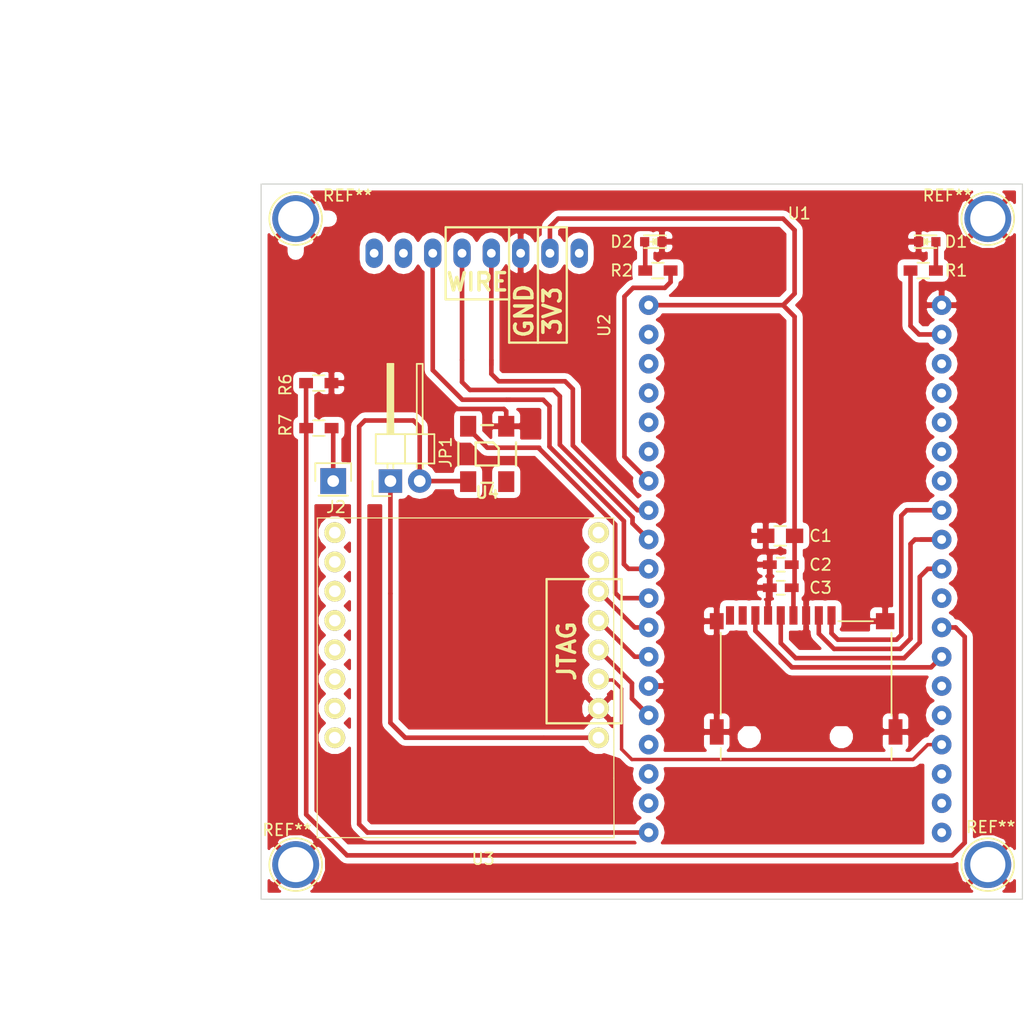
<source format=kicad_pcb>
(kicad_pcb (version 4) (host pcbnew 4.0.6)

  (general
    (links 47)
    (no_connects 2)
    (area 128.707143 59.825 195.050001 122.275)
    (thickness 1.6)
    (drawings 33)
    (tracks 157)
    (zones 0)
    (modules 20)
    (nets 58)
  )

  (page A4)
  (layers
    (0 F.Cu signal)
    (31 B.Cu signal)
    (32 B.Adhes user)
    (33 F.Adhes user)
    (34 B.Paste user)
    (35 F.Paste user)
    (36 B.SilkS user)
    (37 F.SilkS user)
    (38 B.Mask user)
    (39 F.Mask user)
    (40 Dwgs.User user)
    (41 Cmts.User user)
    (42 Eco1.User user)
    (43 Eco2.User user)
    (44 Edge.Cuts user)
    (45 Margin user)
    (46 B.CrtYd user)
    (47 F.CrtYd user)
    (48 B.Fab user)
    (49 F.Fab user)
  )

  (setup
    (last_trace_width 0.4)
    (trace_clearance 0.4)
    (zone_clearance 0.508)
    (zone_45_only no)
    (trace_min 0.2)
    (segment_width 0.2)
    (edge_width 0.1)
    (via_size 0.6)
    (via_drill 0.4)
    (via_min_size 0.4)
    (via_min_drill 0.3)
    (uvia_size 0.3)
    (uvia_drill 0.1)
    (uvias_allowed no)
    (uvia_min_size 0.2)
    (uvia_min_drill 0.1)
    (pcb_text_width 0.3)
    (pcb_text_size 1.5 1.5)
    (mod_edge_width 0.15)
    (mod_text_size 1 1)
    (mod_text_width 0.15)
    (pad_size 4.064 4.064)
    (pad_drill 3.048)
    (pad_to_mask_clearance 0)
    (aux_axis_origin 0 0)
    (visible_elements FFFFFF7F)
    (pcbplotparams
      (layerselection 0x00030_80000001)
      (usegerberextensions false)
      (excludeedgelayer true)
      (linewidth 0.100000)
      (plotframeref false)
      (viasonmask false)
      (mode 1)
      (useauxorigin false)
      (hpglpennumber 1)
      (hpglpenspeed 20)
      (hpglpendiameter 15)
      (hpglpenoverlay 2)
      (psnegative false)
      (psa4output false)
      (plotreference true)
      (plotvalue true)
      (plotinvisibletext false)
      (padsonsilk false)
      (subtractmaskfromsilk false)
      (outputformat 1)
      (mirror false)
      (drillshape 1)
      (scaleselection 1)
      (outputdirectory ""))
  )

  (net 0 "")
  (net 1 "Net-(D1-Pad2)")
  (net 2 GND)
  (net 3 "Net-(D2-Pad2)")
  (net 4 CS)
  (net 5 MOSI)
  (net 6 VCC)
  (net 7 SCLK)
  (net 8 MISO)
  (net 9 "Net-(J1-Pad8)")
  (net 10 "Net-(JP1-Pad1)")
  (net 11 COMMUNICATION_LED)
  (net 12 POWER_LED)
  (net 13 "Net-(U1-Pad2)")
  (net 14 "Net-(U1-Pad3)")
  (net 15 "Net-(U1-Pad4)")
  (net 16 SCL)
  (net 17 SDA)
  (net 18 SDO)
  (net 19 SMART_LED_IN)
  (net 20 "Net-(U1-Pad16)")
  (net 21 "Net-(U1-Pad17)")
  (net 22 "Net-(U1-Pad18)")
  (net 23 5V)
  (net 24 "Net-(U1-Pad20)")
  (net 25 "Net-(U1-Pad21)")
  (net 26 "Net-(U1-Pad22)")
  (net 27 "Net-(U1-Pad24)")
  (net 28 "Net-(U1-Pad25)")
  (net 29 "Net-(U1-Pad28)")
  (net 30 "Net-(U1-Pad32)")
  (net 31 "Net-(U1-Pad33)")
  (net 32 "Net-(U1-Pad34)")
  (net 33 "Net-(U1-Pad35)")
  (net 34 "Net-(U1-Pad36)")
  (net 35 "Net-(U4-Pad2)")
  (net 36 "Net-(J1-Pad9)")
  (net 37 "Net-(U3-Pad8)")
  (net 38 "Net-(U3-Pad7)")
  (net 39 "Net-(U3-Pad16)")
  (net 40 "Net-(U3-Pad15)")
  (net 41 "Net-(U3-Pad14)")
  (net 42 "Net-(U3-Pad13)")
  (net 43 "Net-(U3-Pad12)")
  (net 44 "Net-(U3-Pad11)")
  (net 45 "Net-(U3-Pad10)")
  (net 46 "Net-(U3-Pad9)")
  (net 47 TMS)
  (net 48 TDI)
  (net 49 TCK)
  (net 50 TDO)
  (net 51 "Net-(U2-Pad7)")
  (net 52 "Net-(U2-Pad8)")
  (net 53 "Net-(U1-Pad6)")
  (net 54 "Net-(U1-Pad5)")
  (net 55 BATTERY)
  (net 56 "Net-(U2-Pad1)")
  (net 57 "Net-(J2-Pad1)")

  (net_class Default "This is the default net class."
    (clearance 0.4)
    (trace_width 0.4)
    (via_dia 0.6)
    (via_drill 0.4)
    (uvia_dia 0.3)
    (uvia_drill 0.1)
    (add_net 5V)
    (add_net BATTERY)
    (add_net COMMUNICATION_LED)
    (add_net CS)
    (add_net GND)
    (add_net MISO)
    (add_net MOSI)
    (add_net "Net-(D1-Pad2)")
    (add_net "Net-(D2-Pad2)")
    (add_net "Net-(J1-Pad8)")
    (add_net "Net-(J1-Pad9)")
    (add_net "Net-(J2-Pad1)")
    (add_net "Net-(JP1-Pad1)")
    (add_net "Net-(U1-Pad16)")
    (add_net "Net-(U1-Pad17)")
    (add_net "Net-(U1-Pad18)")
    (add_net "Net-(U1-Pad2)")
    (add_net "Net-(U1-Pad20)")
    (add_net "Net-(U1-Pad21)")
    (add_net "Net-(U1-Pad22)")
    (add_net "Net-(U1-Pad24)")
    (add_net "Net-(U1-Pad25)")
    (add_net "Net-(U1-Pad28)")
    (add_net "Net-(U1-Pad3)")
    (add_net "Net-(U1-Pad32)")
    (add_net "Net-(U1-Pad33)")
    (add_net "Net-(U1-Pad34)")
    (add_net "Net-(U1-Pad35)")
    (add_net "Net-(U1-Pad36)")
    (add_net "Net-(U1-Pad4)")
    (add_net "Net-(U1-Pad5)")
    (add_net "Net-(U1-Pad6)")
    (add_net "Net-(U2-Pad1)")
    (add_net "Net-(U2-Pad7)")
    (add_net "Net-(U2-Pad8)")
    (add_net "Net-(U3-Pad10)")
    (add_net "Net-(U3-Pad11)")
    (add_net "Net-(U3-Pad12)")
    (add_net "Net-(U3-Pad13)")
    (add_net "Net-(U3-Pad14)")
    (add_net "Net-(U3-Pad15)")
    (add_net "Net-(U3-Pad16)")
    (add_net "Net-(U3-Pad7)")
    (add_net "Net-(U3-Pad8)")
    (add_net "Net-(U3-Pad9)")
    (add_net "Net-(U4-Pad2)")
    (add_net POWER_LED)
    (add_net SCL)
    (add_net SCLK)
    (add_net SDA)
    (add_net SDO)
    (add_net SMART_LED_IN)
    (add_net TCK)
    (add_net TDI)
    (add_net TDO)
    (add_net TMS)
    (add_net VCC)
  )

  (module Resistors_SMD:R_0603_HandSoldering (layer F.Cu) (tedit 58307AEF) (tstamp 5980A51D)
    (at 133.999008 77.257774 180)
    (descr "Resistor SMD 0603, hand soldering")
    (tags "resistor 0603")
    (path /5980A44C)
    (attr smd)
    (fp_text reference R6 (at 2.889089 -0.151197 270) (layer F.SilkS)
      (effects (font (size 1 1) (thickness 0.15)))
    )
    (fp_text value R_Small (at 0 1.848803 180) (layer F.Fab)
      (effects (font (size 1 1) (thickness 0.15)))
    )
    (fp_line (start -0.8 0.4) (end -0.8 -0.4) (layer F.Fab) (width 0.1))
    (fp_line (start 0.8 0.4) (end -0.8 0.4) (layer F.Fab) (width 0.1))
    (fp_line (start 0.8 -0.4) (end 0.8 0.4) (layer F.Fab) (width 0.1))
    (fp_line (start -0.8 -0.4) (end 0.8 -0.4) (layer F.Fab) (width 0.1))
    (fp_line (start -2 -0.8) (end 2 -0.8) (layer F.CrtYd) (width 0.05))
    (fp_line (start -2 0.8) (end 2 0.8) (layer F.CrtYd) (width 0.05))
    (fp_line (start -2 -0.8) (end -2 0.8) (layer F.CrtYd) (width 0.05))
    (fp_line (start 2 -0.8) (end 2 0.8) (layer F.CrtYd) (width 0.05))
    (fp_line (start 0.5 0.675) (end -0.5 0.675) (layer F.SilkS) (width 0.15))
    (fp_line (start -0.5 -0.675) (end 0.5 -0.675) (layer F.SilkS) (width 0.15))
    (pad 1 smd rect (at -1.1 0 180) (size 1.2 0.9) (layers F.Cu F.Paste F.Mask)
      (net 2 GND))
    (pad 2 smd rect (at 1.1 0 180) (size 1.2 0.9) (layers F.Cu F.Paste F.Mask)
      (net 55 BATTERY))
    (model Resistors_SMD.3dshapes/R_0603_HandSoldering.wrl
      (at (xyz 0 0 0))
      (scale (xyz 1 1 1))
      (rotate (xyz 0 0 0))
    )
  )

  (module yaqwsx:ESP32-DEVKIT-C (layer F.Cu) (tedit 59153189) (tstamp 597FBFFC)
    (at 162.6 70.5)
    (path /597634A9)
    (fp_text reference U1 (at 13.05 -7.95) (layer F.SilkS)
      (effects (font (size 1 1) (thickness 0.15)))
    )
    (fp_text value ESP32-DEVKIT-C (at 12.7 48.26) (layer F.Fab)
      (effects (font (size 1 1) (thickness 0.15)))
    )
    (fp_line (start 17 42) (end 17 47) (layer F.Fab) (width 0.15))
    (fp_line (start 9 42) (end 17 42) (layer F.Fab) (width 0.15))
    (fp_line (start 9 47) (end 9 42) (layer F.Fab) (width 0.15))
    (fp_line (start 21 16.5) (end 21 -7) (layer F.Fab) (width 0.15))
    (fp_line (start 4 16.5) (end 21 16.5) (layer F.Fab) (width 0.15))
    (fp_line (start 4 -7) (end 4 16.5) (layer F.Fab) (width 0.15))
    (fp_line (start 4 -7) (end 21 -7) (layer F.Fab) (width 0.15))
    (fp_line (start -1.27 -1.27) (end -1.27 46.99) (layer F.Fab) (width 0.15))
    (fp_line (start 26.67 -1.27) (end -1.27 -1.27) (layer F.Fab) (width 0.15))
    (fp_line (start 26.67 46.99) (end 26.67 -1.27) (layer F.Fab) (width 0.15))
    (fp_line (start -1.27 46.99) (end 26.67 46.99) (layer F.Fab) (width 0.15))
    (pad 1 thru_hole oval (at 0 0) (size 1.7 1.7) (drill 0.762) (layers *.Cu *.Mask)
      (net 6 VCC))
    (pad 2 thru_hole oval (at 0 2.54) (size 1.7 1.7) (drill 0.762) (layers *.Cu *.Mask)
      (net 13 "Net-(U1-Pad2)"))
    (pad 3 thru_hole oval (at 0 5.08) (size 1.7 1.7) (drill 0.762) (layers *.Cu *.Mask)
      (net 14 "Net-(U1-Pad3)"))
    (pad 4 thru_hole oval (at 0 7.62) (size 1.7 1.7) (drill 0.762) (layers *.Cu *.Mask)
      (net 15 "Net-(U1-Pad4)"))
    (pad 5 thru_hole oval (at 0 10.16) (size 1.7 1.7) (drill 0.762) (layers *.Cu *.Mask)
      (net 54 "Net-(U1-Pad5)"))
    (pad 6 thru_hole oval (at 0 12.7) (size 1.7 1.7) (drill 0.762) (layers *.Cu *.Mask)
      (net 53 "Net-(U1-Pad6)"))
    (pad 7 thru_hole oval (at 0 15.24) (size 1.7 1.7) (drill 0.762) (layers *.Cu *.Mask)
      (net 12 POWER_LED))
    (pad 8 thru_hole oval (at 0 17.78) (size 1.7 1.7) (drill 0.762) (layers *.Cu *.Mask)
      (net 16 SCL))
    (pad 9 thru_hole oval (at 0 20.32) (size 1.7 1.7) (drill 0.762) (layers *.Cu *.Mask)
      (net 17 SDA))
    (pad 10 thru_hole oval (at 0 22.86) (size 1.7 1.7) (drill 0.762) (layers *.Cu *.Mask)
      (net 18 SDO))
    (pad 11 thru_hole oval (at 0 25.4) (size 1.7 1.7) (drill 0.762) (layers *.Cu *.Mask)
      (net 19 SMART_LED_IN))
    (pad 12 thru_hole oval (at 0 27.94) (size 1.7 1.7) (drill 0.762) (layers *.Cu *.Mask)
      (net 47 TMS))
    (pad 13 thru_hole oval (at 0 30.48) (size 1.7 1.7) (drill 0.762) (layers *.Cu *.Mask)
      (net 48 TDI))
    (pad 14 thru_hole oval (at 0 33.02) (size 1.7 1.7) (drill 0.762) (layers *.Cu *.Mask)
      (net 2 GND))
    (pad 15 thru_hole oval (at 0 35.56) (size 1.7 1.7) (drill 0.762) (layers *.Cu *.Mask)
      (net 49 TCK))
    (pad 16 thru_hole oval (at 0 38.1) (size 1.7 1.7) (drill 0.762) (layers *.Cu *.Mask)
      (net 20 "Net-(U1-Pad16)"))
    (pad 17 thru_hole oval (at 0 40.64) (size 1.7 1.7) (drill 0.762) (layers *.Cu *.Mask)
      (net 21 "Net-(U1-Pad17)"))
    (pad 18 thru_hole oval (at 0 43.18) (size 1.7 1.7) (drill 0.762) (layers *.Cu *.Mask)
      (net 22 "Net-(U1-Pad18)"))
    (pad 19 thru_hole oval (at 0 45.72) (size 1.7 1.7) (drill 0.762) (layers *.Cu *.Mask)
      (net 23 5V))
    (pad 20 thru_hole oval (at 25.4 45.72) (size 1.7 1.7) (drill 0.762) (layers *.Cu *.Mask)
      (net 24 "Net-(U1-Pad20)"))
    (pad 21 thru_hole oval (at 25.4 43.18) (size 1.7 1.7) (drill 0.762) (layers *.Cu *.Mask)
      (net 25 "Net-(U1-Pad21)"))
    (pad 22 thru_hole oval (at 25.4 40.64) (size 1.7 1.7) (drill 0.762) (layers *.Cu *.Mask)
      (net 26 "Net-(U1-Pad22)"))
    (pad 23 thru_hole oval (at 25.4 38.1) (size 1.7 1.7) (drill 0.762) (layers *.Cu *.Mask)
      (net 50 TDO))
    (pad 24 thru_hole oval (at 25.4 35.56) (size 1.7 1.7) (drill 0.762) (layers *.Cu *.Mask)
      (net 27 "Net-(U1-Pad24)"))
    (pad 25 thru_hole oval (at 25.4 33.02) (size 1.7 1.7) (drill 0.762) (layers *.Cu *.Mask)
      (net 28 "Net-(U1-Pad25)"))
    (pad 26 thru_hole oval (at 25.4 30.48) (size 1.7 1.7) (drill 0.762) (layers *.Cu *.Mask)
      (net 8 MISO))
    (pad 27 thru_hole oval (at 25.4 27.94) (size 1.7 1.7) (drill 0.762) (layers *.Cu *.Mask)
      (net 55 BATTERY))
    (pad 28 thru_hole oval (at 25.4 25.4) (size 1.7 1.7) (drill 0.762) (layers *.Cu *.Mask)
      (net 29 "Net-(U1-Pad28)"))
    (pad 29 thru_hole oval (at 25.4 22.86) (size 1.7 1.7) (drill 0.762) (layers *.Cu *.Mask)
      (net 7 SCLK))
    (pad 30 thru_hole oval (at 25.4 20.32) (size 1.7 1.7) (drill 0.762) (layers *.Cu *.Mask)
      (net 5 MOSI))
    (pad 31 thru_hole oval (at 25.4 17.78) (size 1.7 1.7) (drill 0.762) (layers *.Cu *.Mask)
      (net 4 CS))
    (pad 32 thru_hole oval (at 25.4 15.24) (size 1.7 1.7) (drill 0.762) (layers *.Cu *.Mask)
      (net 30 "Net-(U1-Pad32)"))
    (pad 33 thru_hole oval (at 25.4 12.7) (size 1.7 1.7) (drill 0.762) (layers *.Cu *.Mask)
      (net 31 "Net-(U1-Pad33)"))
    (pad 34 thru_hole oval (at 25.4 10.16) (size 1.7 1.7) (drill 0.762) (layers *.Cu *.Mask)
      (net 32 "Net-(U1-Pad34)"))
    (pad 35 thru_hole oval (at 25.4 7.62) (size 1.7 1.7) (drill 0.762) (layers *.Cu *.Mask)
      (net 33 "Net-(U1-Pad35)"))
    (pad 36 thru_hole oval (at 25.4 5.08) (size 1.7 1.7) (drill 0.762) (layers *.Cu *.Mask)
      (net 34 "Net-(U1-Pad36)"))
    (pad 37 thru_hole oval (at 25.4 2.54) (size 1.7 1.7) (drill 0.762) (layers *.Cu *.Mask)
      (net 11 COMMUNICATION_LED))
    (pad 38 thru_hole oval (at 25.4 0) (size 1.7 1.7) (drill 0.762) (layers *.Cu *.Mask)
      (net 2 GND))
  )

  (module LEDs:LED_0603 (layer F.Cu) (tedit 55BDE255) (tstamp 597FBF95)
    (at 186.7507 65)
    (descr "LED 0603 smd package")
    (tags "LED led 0603 SMD smd SMT smt smdled SMDLED smtled SMTLED")
    (path /59763636)
    (attr smd)
    (fp_text reference D1 (at 2.4993 0) (layer F.SilkS)
      (effects (font (size 1 1) (thickness 0.15)))
    )
    (fp_text value LED (at -4.7507 0) (layer F.Fab)
      (effects (font (size 1 1) (thickness 0.15)))
    )
    (fp_line (start -0.3 -0.2) (end -0.3 0.2) (layer F.Fab) (width 0.15))
    (fp_line (start -0.2 0) (end 0.1 -0.2) (layer F.Fab) (width 0.15))
    (fp_line (start 0.1 0.2) (end -0.2 0) (layer F.Fab) (width 0.15))
    (fp_line (start 0.1 -0.2) (end 0.1 0.2) (layer F.Fab) (width 0.15))
    (fp_line (start 0.8 0.4) (end -0.8 0.4) (layer F.Fab) (width 0.15))
    (fp_line (start 0.8 -0.4) (end 0.8 0.4) (layer F.Fab) (width 0.15))
    (fp_line (start -0.8 -0.4) (end 0.8 -0.4) (layer F.Fab) (width 0.15))
    (fp_line (start -0.8 0.4) (end -0.8 -0.4) (layer F.Fab) (width 0.15))
    (fp_line (start -1.1 0.55) (end 0.8 0.55) (layer F.SilkS) (width 0.15))
    (fp_line (start -1.1 -0.55) (end 0.8 -0.55) (layer F.SilkS) (width 0.15))
    (fp_line (start -0.2 0) (end 0.25 0) (layer F.SilkS) (width 0.15))
    (fp_line (start -0.25 -0.25) (end -0.25 0.25) (layer F.SilkS) (width 0.15))
    (fp_line (start -0.25 0) (end 0 -0.25) (layer F.SilkS) (width 0.15))
    (fp_line (start 0 -0.25) (end 0 0.25) (layer F.SilkS) (width 0.15))
    (fp_line (start 0 0.25) (end -0.25 0) (layer F.SilkS) (width 0.15))
    (fp_line (start 1.4 -0.75) (end 1.4 0.75) (layer F.CrtYd) (width 0.05))
    (fp_line (start 1.4 0.75) (end -1.4 0.75) (layer F.CrtYd) (width 0.05))
    (fp_line (start -1.4 0.75) (end -1.4 -0.75) (layer F.CrtYd) (width 0.05))
    (fp_line (start -1.4 -0.75) (end 1.4 -0.75) (layer F.CrtYd) (width 0.05))
    (pad 2 smd rect (at 0.7493 0 180) (size 0.79756 0.79756) (layers F.Cu F.Paste F.Mask)
      (net 1 "Net-(D1-Pad2)"))
    (pad 1 smd rect (at -0.7493 0 180) (size 0.79756 0.79756) (layers F.Cu F.Paste F.Mask)
      (net 2 GND))
    (model LEDs.3dshapes/LED_0603.wrl
      (at (xyz 0 0 0))
      (scale (xyz 1 1 1))
      (rotate (xyz 0 0 180))
    )
  )

  (module LEDs:LED_0603 (layer F.Cu) (tedit 55BDE255) (tstamp 597FBF9B)
    (at 163.0007 65 180)
    (descr "LED 0603 smd package")
    (tags "LED led 0603 SMD smd SMT smt smdled SMDLED smtled SMTLED")
    (path /597E5510)
    (attr smd)
    (fp_text reference D2 (at 2.7507 0 180) (layer F.SilkS)
      (effects (font (size 1 1) (thickness 0.15)))
    )
    (fp_text value LED (at -3.9993 0 180) (layer F.Fab)
      (effects (font (size 1 1) (thickness 0.15)))
    )
    (fp_line (start -0.3 -0.2) (end -0.3 0.2) (layer F.Fab) (width 0.15))
    (fp_line (start -0.2 0) (end 0.1 -0.2) (layer F.Fab) (width 0.15))
    (fp_line (start 0.1 0.2) (end -0.2 0) (layer F.Fab) (width 0.15))
    (fp_line (start 0.1 -0.2) (end 0.1 0.2) (layer F.Fab) (width 0.15))
    (fp_line (start 0.8 0.4) (end -0.8 0.4) (layer F.Fab) (width 0.15))
    (fp_line (start 0.8 -0.4) (end 0.8 0.4) (layer F.Fab) (width 0.15))
    (fp_line (start -0.8 -0.4) (end 0.8 -0.4) (layer F.Fab) (width 0.15))
    (fp_line (start -0.8 0.4) (end -0.8 -0.4) (layer F.Fab) (width 0.15))
    (fp_line (start -1.1 0.55) (end 0.8 0.55) (layer F.SilkS) (width 0.15))
    (fp_line (start -1.1 -0.55) (end 0.8 -0.55) (layer F.SilkS) (width 0.15))
    (fp_line (start -0.2 0) (end 0.25 0) (layer F.SilkS) (width 0.15))
    (fp_line (start -0.25 -0.25) (end -0.25 0.25) (layer F.SilkS) (width 0.15))
    (fp_line (start -0.25 0) (end 0 -0.25) (layer F.SilkS) (width 0.15))
    (fp_line (start 0 -0.25) (end 0 0.25) (layer F.SilkS) (width 0.15))
    (fp_line (start 0 0.25) (end -0.25 0) (layer F.SilkS) (width 0.15))
    (fp_line (start 1.4 -0.75) (end 1.4 0.75) (layer F.CrtYd) (width 0.05))
    (fp_line (start 1.4 0.75) (end -1.4 0.75) (layer F.CrtYd) (width 0.05))
    (fp_line (start -1.4 0.75) (end -1.4 -0.75) (layer F.CrtYd) (width 0.05))
    (fp_line (start -1.4 -0.75) (end 1.4 -0.75) (layer F.CrtYd) (width 0.05))
    (pad 2 smd rect (at 0.7493 0) (size 0.79756 0.79756) (layers F.Cu F.Paste F.Mask)
      (net 3 "Net-(D2-Pad2)"))
    (pad 1 smd rect (at -0.7493 0) (size 0.79756 0.79756) (layers F.Cu F.Paste F.Mask)
      (net 2 GND))
    (model LEDs.3dshapes/LED_0603.wrl
      (at (xyz 0 0 0))
      (scale (xyz 1 1 1))
      (rotate (xyz 0 0 180))
    )
  )

  (module internet:Conn_uSDcard (layer F.Cu) (tedit 560F3EC9) (tstamp 597FBFAE)
    (at 176.25 107.9)
    (path /5976357F)
    (fp_text reference J1 (at 3.3 -9.6 180) (layer Cmts.User)
      (effects (font (size 0.2 0.2) (thickness 0.02)))
    )
    (fp_text value Micro_SD_Card (at 4.3 -10.4) (layer Dwgs.User) hide
      (effects (font (size 0.3 0.3) (thickness 0.03)))
    )
    (fp_line (start -7.4 2) (end -7.4 1) (layer F.SilkS) (width 0.15))
    (fp_line (start 7.4 1) (end 7.4 2) (layer F.SilkS) (width 0.15))
    (fp_line (start 0 3.3) (end 1.7 3.4) (layer Dwgs.User) (width 0.05))
    (fp_line (start 1.7 3.4) (end 3.5 3.7) (layer Dwgs.User) (width 0.05))
    (fp_line (start 3.5 3.7) (end 4.7 4) (layer Dwgs.User) (width 0.05))
    (fp_line (start -7.4 -1.9) (end -7.4 -9) (layer F.SilkS) (width 0.15))
    (fp_line (start 7.4 -9) (end 7.4 -1.8) (layer F.SilkS) (width 0.15))
    (fp_line (start 2.8 -10) (end 5.8 -10) (layer F.SilkS) (width 0.15))
    (fp_line (start -6.55 8.6) (end -6.55 3.3) (layer Dwgs.User) (width 0.05))
    (fp_line (start -5.85 9.3) (end 3.95 9.3) (layer Dwgs.User) (width 0.05))
    (fp_arc (start -5.85 8.6) (end -6.55 8.6) (angle -90) (layer Dwgs.User) (width 0.05))
    (fp_line (start 4.65 8.6) (end 4.65 4) (layer Dwgs.User) (width 0.05))
    (fp_arc (start 3.95 8.6) (end 4.65 8.6) (angle 90) (layer Dwgs.User) (width 0.05))
    (fp_line (start 4.65 4) (end 7.35 4) (layer Dwgs.User) (width 0.05))
    (fp_line (start -7.35 3.3) (end 0 3.3) (layer Dwgs.User) (width 0.05))
    (fp_line (start 8 4.5) (end -8 4.5) (layer Cmts.User) (width 0.05))
    (fp_line (start -7.35 -10) (end 7.35 -10) (layer Dwgs.User) (width 0.05))
    (fp_line (start 7.35 -10) (end 7.35 4) (layer Dwgs.User) (width 0.05))
    (fp_line (start -7.35 -10) (end -7.35 3.3) (layer Dwgs.User) (width 0.05))
    (pad 6 smd rect (at 7.75 -0.4) (size 1.2 2.2) (layers F.Cu F.Paste F.Mask)
      (net 2 GND))
    (pad 6 smd rect (at -7.75 -0.4) (size 1.2 2.2) (layers F.Cu F.Paste F.Mask)
      (net 2 GND))
    (pad 6 smd rect (at 6.85 -10) (size 1.6 1.4) (layers F.Cu F.Paste F.Mask)
      (net 2 GND))
    (pad 6 smd rect (at -7.75 -10) (size 1.2 1.4) (layers F.Cu F.Paste F.Mask)
      (net 2 GND))
    (pad 9 smd rect (at -6.6 -10.5) (size 0.7 1.6) (layers F.Cu F.Paste F.Mask)
      (net 36 "Net-(J1-Pad9)"))
    (pad 7 smd rect (at -4.4 -10.5) (size 0.7 1.6) (layers F.Cu F.Paste F.Mask)
      (net 8 MISO))
    (pad 8 smd rect (at -5.5 -10.5) (size 0.7 1.6) (layers F.Cu F.Paste F.Mask)
      (net 9 "Net-(J1-Pad8)"))
    (pad 6 smd rect (at -3.3 -10.5) (size 0.7 1.6) (layers F.Cu F.Paste F.Mask)
      (net 2 GND))
    (pad 5 smd rect (at -2.2 -10.5) (size 0.7 1.6) (layers F.Cu F.Paste F.Mask)
      (net 7 SCLK))
    (pad 4 smd rect (at -1.1 -10.5) (size 0.7 1.6) (layers F.Cu F.Paste F.Mask)
      (net 6 VCC))
    (pad 1 smd rect (at 2.2 -10.5) (size 0.7 1.6) (layers F.Cu F.Paste F.Mask)
      (net 4 CS))
    (pad 2 smd rect (at 1.1 -10.5) (size 0.7 1.6) (layers F.Cu F.Paste F.Mask)
      (net 5 MOSI))
    (pad "" np_thru_hole circle (at 3.05 0) (size 1 1) (drill 1) (layers *.Cu))
    (pad "" np_thru_hole circle (at -4.93 0) (size 1 1) (drill 1) (layers *.Cu))
    (pad 3 smd rect (at 0 -10.5) (size 0.7 1.6) (layers F.Cu F.Paste F.Mask)
      (net 2 GND))
  )

  (module Pin_Headers:Pin_Header_Angled_1x02 (layer F.Cu) (tedit 0) (tstamp 597FBFB4)
    (at 140.21 85.75 90)
    (descr "Through hole pin header")
    (tags "pin header")
    (path /597E58A2)
    (fp_text reference JP1 (at 2.5 4.79 90) (layer F.SilkS)
      (effects (font (size 1 1) (thickness 0.15)))
    )
    (fp_text value Jumper (at 2 -2.46 90) (layer F.Fab)
      (effects (font (size 1 1) (thickness 0.15)))
    )
    (fp_line (start -1.5 -1.75) (end -1.5 4.3) (layer F.CrtYd) (width 0.05))
    (fp_line (start 10.65 -1.75) (end 10.65 4.3) (layer F.CrtYd) (width 0.05))
    (fp_line (start -1.5 -1.75) (end 10.65 -1.75) (layer F.CrtYd) (width 0.05))
    (fp_line (start -1.5 4.3) (end 10.65 4.3) (layer F.CrtYd) (width 0.05))
    (fp_line (start -1.3 -1.55) (end -1.3 0) (layer F.SilkS) (width 0.15))
    (fp_line (start 0 -1.55) (end -1.3 -1.55) (layer F.SilkS) (width 0.15))
    (fp_line (start 4.191 -0.127) (end 10.033 -0.127) (layer F.SilkS) (width 0.15))
    (fp_line (start 10.033 -0.127) (end 10.033 0.127) (layer F.SilkS) (width 0.15))
    (fp_line (start 10.033 0.127) (end 4.191 0.127) (layer F.SilkS) (width 0.15))
    (fp_line (start 4.191 0.127) (end 4.191 0) (layer F.SilkS) (width 0.15))
    (fp_line (start 4.191 0) (end 10.033 0) (layer F.SilkS) (width 0.15))
    (fp_line (start 1.524 -0.254) (end 1.143 -0.254) (layer F.SilkS) (width 0.15))
    (fp_line (start 1.524 0.254) (end 1.143 0.254) (layer F.SilkS) (width 0.15))
    (fp_line (start 1.524 2.286) (end 1.143 2.286) (layer F.SilkS) (width 0.15))
    (fp_line (start 1.524 2.794) (end 1.143 2.794) (layer F.SilkS) (width 0.15))
    (fp_line (start 1.524 -1.27) (end 4.064 -1.27) (layer F.SilkS) (width 0.15))
    (fp_line (start 1.524 1.27) (end 4.064 1.27) (layer F.SilkS) (width 0.15))
    (fp_line (start 1.524 1.27) (end 1.524 3.81) (layer F.SilkS) (width 0.15))
    (fp_line (start 1.524 3.81) (end 4.064 3.81) (layer F.SilkS) (width 0.15))
    (fp_line (start 4.064 2.286) (end 10.16 2.286) (layer F.SilkS) (width 0.15))
    (fp_line (start 10.16 2.286) (end 10.16 2.794) (layer F.SilkS) (width 0.15))
    (fp_line (start 10.16 2.794) (end 4.064 2.794) (layer F.SilkS) (width 0.15))
    (fp_line (start 4.064 3.81) (end 4.064 1.27) (layer F.SilkS) (width 0.15))
    (fp_line (start 4.064 1.27) (end 4.064 -1.27) (layer F.SilkS) (width 0.15))
    (fp_line (start 10.16 0.254) (end 4.064 0.254) (layer F.SilkS) (width 0.15))
    (fp_line (start 10.16 -0.254) (end 10.16 0.254) (layer F.SilkS) (width 0.15))
    (fp_line (start 4.064 -0.254) (end 10.16 -0.254) (layer F.SilkS) (width 0.15))
    (fp_line (start 1.524 1.27) (end 4.064 1.27) (layer F.SilkS) (width 0.15))
    (fp_line (start 1.524 -1.27) (end 1.524 1.27) (layer F.SilkS) (width 0.15))
    (pad 1 thru_hole rect (at 0 0 90) (size 2.032 2.032) (drill 1.016) (layers *.Cu *.Mask)
      (net 10 "Net-(JP1-Pad1)"))
    (pad 2 thru_hole oval (at 0 2.54 90) (size 2.032 2.032) (drill 1.016) (layers *.Cu *.Mask)
      (net 23 5V))
    (model Pin_Headers.3dshapes/Pin_Header_Angled_1x02.wrl
      (at (xyz 0 -0.05 0))
      (scale (xyz 1 1 1))
      (rotate (xyz 0 0 90))
    )
  )

  (module Resistors_SMD:R_0603_HandSoldering (layer F.Cu) (tedit 58307AEF) (tstamp 597FBFBA)
    (at 186.4 67.5)
    (descr "Resistor SMD 0603, hand soldering")
    (tags "resistor 0603")
    (path /597636FB)
    (attr smd)
    (fp_text reference R1 (at 2.85 0) (layer F.SilkS)
      (effects (font (size 1 1) (thickness 0.15)))
    )
    (fp_text value R_Small (at -6.15 0.25) (layer F.Fab)
      (effects (font (size 1 1) (thickness 0.15)))
    )
    (fp_line (start -0.8 0.4) (end -0.8 -0.4) (layer F.Fab) (width 0.1))
    (fp_line (start 0.8 0.4) (end -0.8 0.4) (layer F.Fab) (width 0.1))
    (fp_line (start 0.8 -0.4) (end 0.8 0.4) (layer F.Fab) (width 0.1))
    (fp_line (start -0.8 -0.4) (end 0.8 -0.4) (layer F.Fab) (width 0.1))
    (fp_line (start -2 -0.8) (end 2 -0.8) (layer F.CrtYd) (width 0.05))
    (fp_line (start -2 0.8) (end 2 0.8) (layer F.CrtYd) (width 0.05))
    (fp_line (start -2 -0.8) (end -2 0.8) (layer F.CrtYd) (width 0.05))
    (fp_line (start 2 -0.8) (end 2 0.8) (layer F.CrtYd) (width 0.05))
    (fp_line (start 0.5 0.675) (end -0.5 0.675) (layer F.SilkS) (width 0.15))
    (fp_line (start -0.5 -0.675) (end 0.5 -0.675) (layer F.SilkS) (width 0.15))
    (pad 1 smd rect (at -1.1 0) (size 1.2 0.9) (layers F.Cu F.Paste F.Mask)
      (net 11 COMMUNICATION_LED))
    (pad 2 smd rect (at 1.1 0) (size 1.2 0.9) (layers F.Cu F.Paste F.Mask)
      (net 1 "Net-(D1-Pad2)"))
    (model Resistors_SMD.3dshapes/R_0603_HandSoldering.wrl
      (at (xyz 0 0 0))
      (scale (xyz 1 1 1))
      (rotate (xyz 0 0 0))
    )
  )

  (module Resistors_SMD:R_0603_HandSoldering (layer F.Cu) (tedit 58307AEF) (tstamp 597FBFC0)
    (at 163.4 67.5 180)
    (descr "Resistor SMD 0603, hand soldering")
    (tags "resistor 0603")
    (path /597E5516)
    (attr smd)
    (fp_text reference R2 (at 3.15 0 180) (layer F.SilkS)
      (effects (font (size 1 1) (thickness 0.15)))
    )
    (fp_text value R_Small (at -5.35 0 180) (layer F.Fab)
      (effects (font (size 1 1) (thickness 0.15)))
    )
    (fp_line (start -0.8 0.4) (end -0.8 -0.4) (layer F.Fab) (width 0.1))
    (fp_line (start 0.8 0.4) (end -0.8 0.4) (layer F.Fab) (width 0.1))
    (fp_line (start 0.8 -0.4) (end 0.8 0.4) (layer F.Fab) (width 0.1))
    (fp_line (start -0.8 -0.4) (end 0.8 -0.4) (layer F.Fab) (width 0.1))
    (fp_line (start -2 -0.8) (end 2 -0.8) (layer F.CrtYd) (width 0.05))
    (fp_line (start -2 0.8) (end 2 0.8) (layer F.CrtYd) (width 0.05))
    (fp_line (start -2 -0.8) (end -2 0.8) (layer F.CrtYd) (width 0.05))
    (fp_line (start 2 -0.8) (end 2 0.8) (layer F.CrtYd) (width 0.05))
    (fp_line (start 0.5 0.675) (end -0.5 0.675) (layer F.SilkS) (width 0.15))
    (fp_line (start -0.5 -0.675) (end 0.5 -0.675) (layer F.SilkS) (width 0.15))
    (pad 1 smd rect (at -1.1 0 180) (size 1.2 0.9) (layers F.Cu F.Paste F.Mask)
      (net 12 POWER_LED))
    (pad 2 smd rect (at 1.1 0 180) (size 1.2 0.9) (layers F.Cu F.Paste F.Mask)
      (net 3 "Net-(D2-Pad2)"))
    (model Resistors_SMD.3dshapes/R_0603_HandSoldering.wrl
      (at (xyz 0 0 0))
      (scale (xyz 1 1 1))
      (rotate (xyz 0 0 0))
    )
  )

  (module Mamiksik:GY-91 (layer F.Cu) (tedit 597DFD60) (tstamp 597FC008)
    (at 147.69 66 270)
    (path /597C89C1)
    (fp_text reference U2 (at 6.25 -11.06 270) (layer F.SilkS)
      (effects (font (size 1 1) (thickness 0.15)))
    )
    (fp_text value GY-91 (at 5.5 11.19 270) (layer F.Fab)
      (effects (font (size 1 1) (thickness 0.15)))
    )
    (fp_line (start -1.5 10) (end -1.5 -10) (layer F.Fab) (width 0.15))
    (fp_line (start -1.5 -10) (end 12.5 -10) (layer F.Fab) (width 0.15))
    (fp_line (start 12.5 -10) (end 12.5 10) (layer F.Fab) (width 0.15))
    (fp_line (start 12.5 10) (end -1.5 10) (layer F.Fab) (width 0.15))
    (pad 1 thru_hole oval (at 0 -8.89 270) (size 2.54 1.5) (drill 0.762) (layers *.Cu *.Mask)
      (net 56 "Net-(U2-Pad1)"))
    (pad 2 thru_hole oval (at 0 -6.35 270) (size 2.54 1.5) (drill 0.762) (layers *.Cu *.Mask)
      (net 6 VCC))
    (pad 3 thru_hole oval (at 0 -3.81 270) (size 2.54 1.5) (drill 0.762) (layers *.Cu *.Mask)
      (net 2 GND))
    (pad 4 thru_hole oval (at 0 -1.27 270) (size 2.54 1.5) (drill 0.762) (layers *.Cu *.Mask)
      (net 16 SCL))
    (pad 5 thru_hole oval (at 0 1.27 270) (size 2.54 1.5) (drill 0.762) (layers *.Cu *.Mask)
      (net 17 SDA))
    (pad 6 thru_hole oval (at 0 3.81 270) (size 2.54 1.5) (drill 0.762) (layers *.Cu *.Mask)
      (net 18 SDO))
    (pad 7 thru_hole oval (at 0 6.35 270) (size 2.54 1.5) (drill 0.762) (layers *.Cu *.Mask)
      (net 51 "Net-(U2-Pad7)"))
    (pad 8 thru_hole oval (at 0 8.89 270) (size 2.54 1.5) (drill 0.762) (layers *.Cu *.Mask)
      (net 52 "Net-(U2-Pad8)"))
  )

  (module WS2812B:WS2812B (layer F.Cu) (tedit 53BEE615) (tstamp 597FC024)
    (at 148.6 83.4 180)
    (path /597E5F94)
    (fp_text reference U4 (at 0 -3.35 180) (layer F.SilkS)
      (effects (font (size 1 1) (thickness 0.2)))
    )
    (fp_text value WS2812B (at 0 4.8 180) (layer F.SilkS) hide
      (effects (font (size 1 1) (thickness 0.2)))
    )
    (fp_line (start -1 -1) (end 1 -1) (layer F.SilkS) (width 0.2))
    (fp_line (start 1 -1) (end 1 1) (layer F.SilkS) (width 0.2))
    (fp_line (start 1 1) (end -0.5 1) (layer F.SilkS) (width 0.2))
    (fp_line (start -0.5 1) (end -1 0.5) (layer F.SilkS) (width 0.2))
    (fp_line (start -1 0.5) (end -1 -1) (layer F.SilkS) (width 0.2))
    (fp_line (start -2.5 -1) (end -2.5 1) (layer F.SilkS) (width 0.2))
    (fp_line (start -0.5 2.5) (end 0.5 2.5) (layer F.SilkS) (width 0.2))
    (fp_line (start 2.5 -1) (end 2.5 1) (layer F.SilkS) (width 0.2))
    (fp_line (start -0.5 -2.5) (end 0.5 -2.5) (layer F.SilkS) (width 0.2))
    (fp_line (start 2.1 2.5) (end 2.5 2.5) (layer Dwgs.User) (width 0.2))
    (fp_line (start -1.2 2.5) (end 1.2 2.5) (layer Dwgs.User) (width 0.2))
    (fp_line (start -2.5 2.5) (end -2.1 2.5) (layer Dwgs.User) (width 0.2))
    (fp_line (start 2.1 -2.5) (end 2.5 -2.5) (layer Dwgs.User) (width 0.2))
    (fp_line (start -1.2 -2.5) (end 1.2 -2.5) (layer Dwgs.User) (width 0.2))
    (fp_line (start -2.5 -2.5) (end -2.1 -2.5) (layer Dwgs.User) (width 0.2))
    (fp_line (start -2.1 -2.7) (end -1.2 -2.7) (layer Dwgs.User) (width 0.2))
    (fp_line (start -1.2 -2.7) (end -1.2 -1.8) (layer Dwgs.User) (width 0.2))
    (fp_line (start -1.2 -1.8) (end -2.1 -1.8) (layer Dwgs.User) (width 0.2))
    (fp_line (start -2.1 -1.8) (end -2.1 -2.7) (layer Dwgs.User) (width 0.2))
    (fp_line (start 2.1 -2.7) (end 1.2 -2.7) (layer Dwgs.User) (width 0.2))
    (fp_line (start 1.2 -2.7) (end 1.2 -1.8) (layer Dwgs.User) (width 0.2))
    (fp_line (start 1.2 -1.8) (end 2.1 -1.8) (layer Dwgs.User) (width 0.2))
    (fp_line (start 2.1 -1.8) (end 2.1 -2.7) (layer Dwgs.User) (width 0.2))
    (fp_line (start -2.1 2.7) (end -2.1 1.8) (layer Dwgs.User) (width 0.2))
    (fp_line (start -2.1 1.8) (end -1.2 1.8) (layer Dwgs.User) (width 0.2))
    (fp_line (start -1.2 1.8) (end -1.2 2.7) (layer Dwgs.User) (width 0.2))
    (fp_line (start -1.2 2.7) (end -2.1 2.7) (layer Dwgs.User) (width 0.2))
    (fp_line (start 1.2 2.7) (end 1.2 1.8) (layer Dwgs.User) (width 0.2))
    (fp_line (start 1.2 1.8) (end 2.1 1.8) (layer Dwgs.User) (width 0.2))
    (fp_line (start 2.1 1.8) (end 2.1 2.7) (layer Dwgs.User) (width 0.2))
    (fp_line (start 2.1 2.7) (end 1.2 2.7) (layer Dwgs.User) (width 0.2))
    (fp_line (start 2.5 -2.5) (end 2.5 2.5) (layer Dwgs.User) (width 0.2))
    (fp_line (start -2.49936 2.49936) (end -2.49936 -2.49936) (layer Dwgs.User) (width 0.2))
    (pad 1 smd rect (at 1.65 -2.4 180) (size 1.4 1.8) (layers F.Cu F.Paste F.Mask)
      (net 23 5V))
    (pad 2 smd rect (at -1.65 -2.4 180) (size 1.4 1.8) (layers F.Cu F.Paste F.Mask)
      (net 35 "Net-(U4-Pad2)"))
    (pad 3 smd rect (at -1.65 2.4 180) (size 1.4 1.8) (layers F.Cu F.Paste F.Mask)
      (net 2 GND))
    (pad 4 smd rect (at 1.65 2.4 180) (size 1.4 1.8) (layers F.Cu F.Paste F.Mask)
      (net 19 SMART_LED_IN))
  )

  (module Mamiksik:Battery_shield_D1_mini_board (layer F.Cu) (tedit 597FB220) (tstamp 59808085)
    (at 146.7946 100.38)
    (path /597FAC10)
    (fp_text reference U3 (at 1.4554 18.12) (layer F.SilkS)
      (effects (font (size 1 1) (thickness 0.15)))
    )
    (fp_text value Battery_shield_D1_Mini (at -0.0446 -12.38) (layer F.Fab)
      (effects (font (size 1 1) (thickness 0.15)))
    )
    (fp_line (start 12.8016 16.2814) (end -12.9286 16.2814) (layer F.SilkS) (width 0.1))
    (fp_line (start -12.9286 16.2814) (end -12.9159 -11.43) (layer F.SilkS) (width 0.1))
    (fp_line (start -12.9159 -11.43) (end 12.7635 -11.43) (layer F.SilkS) (width 0.1))
    (fp_line (start 12.7635 -11.43) (end 12.788448 11.125092) (layer F.SilkS) (width 0.1))
    (fp_line (start 12.7889 11.1252) (end 12.8016 16.2814) (layer F.SilkS) (width 0.1))
    (pad 8 thru_hole circle (at 11.4554 -10.16) (size 1.8 1.8) (drill 1.016) (layers *.Cu *.Mask F.SilkS)
      (net 37 "Net-(U3-Pad8)"))
    (pad 7 thru_hole circle (at 11.4554 -7.62) (size 1.8 1.8) (drill 1.016) (layers *.Cu *.Mask F.SilkS)
      (net 38 "Net-(U3-Pad7)"))
    (pad 6 thru_hole circle (at 11.4554 -5.08) (size 1.8 1.8) (drill 1.016) (layers *.Cu *.Mask F.SilkS)
      (net 47 TMS))
    (pad 5 thru_hole circle (at 11.4554 -2.54) (size 1.8 1.8) (drill 1.016) (layers *.Cu *.Mask F.SilkS)
      (net 48 TDI))
    (pad 4 thru_hole circle (at 11.4554 0) (size 1.8 1.8) (drill 1.016) (layers *.Cu *.Mask F.SilkS)
      (net 49 TCK))
    (pad 3 thru_hole circle (at 11.4554 2.54) (size 1.8 1.8) (drill 1.016) (layers *.Cu *.Mask F.SilkS)
      (net 50 TDO))
    (pad 2 thru_hole circle (at 11.4554 5.08) (size 1.8 1.8) (drill 1.016) (layers *.Cu *.Mask F.SilkS)
      (net 2 GND))
    (pad 1 thru_hole circle (at 11.4554 7.62) (size 1.8 1.8) (drill 1.016) (layers *.Cu *.Mask F.SilkS)
      (net 10 "Net-(JP1-Pad1)"))
    (pad 16 thru_hole circle (at -11.4046 7.62) (size 1.8 1.8) (drill 1.016) (layers *.Cu *.Mask F.SilkS)
      (net 39 "Net-(U3-Pad16)"))
    (pad 15 thru_hole circle (at -11.4046 5.08) (size 1.8 1.8) (drill 1.016) (layers *.Cu *.Mask F.SilkS)
      (net 40 "Net-(U3-Pad15)"))
    (pad 14 thru_hole circle (at -11.4046 2.54) (size 1.8 1.8) (drill 1.016) (layers *.Cu *.Mask F.SilkS)
      (net 41 "Net-(U3-Pad14)"))
    (pad 13 thru_hole circle (at -11.4046 0) (size 1.8 1.8) (drill 1.016) (layers *.Cu *.Mask F.SilkS)
      (net 42 "Net-(U3-Pad13)"))
    (pad 12 thru_hole circle (at -11.4046 -2.54) (size 1.8 1.8) (drill 1.016) (layers *.Cu *.Mask F.SilkS)
      (net 43 "Net-(U3-Pad12)"))
    (pad 11 thru_hole circle (at -11.4046 -5.08) (size 1.8 1.8) (drill 1.016) (layers *.Cu *.Mask F.SilkS)
      (net 44 "Net-(U3-Pad11)"))
    (pad 10 thru_hole circle (at -11.4046 -7.62) (size 1.8 1.8) (drill 1.016) (layers *.Cu *.Mask F.SilkS)
      (net 45 "Net-(U3-Pad10)"))
    (pad 9 thru_hole circle (at -11.4046 -10.16) (size 1.8 1.8) (drill 1.016) (layers *.Cu *.Mask F.SilkS)
      (net 46 "Net-(U3-Pad9)"))
  )

  (module Resistors_SMD:R_0603_HandSoldering (layer F.Cu) (tedit 58307AEF) (tstamp 5980A523)
    (at 134.009919 81.158971)
    (descr "Resistor SMD 0603, hand soldering")
    (tags "resistor 0603")
    (path /5980A3ED)
    (attr smd)
    (fp_text reference R7 (at -2.9 -0.25 90) (layer F.SilkS)
      (effects (font (size 1 1) (thickness 0.15)))
    )
    (fp_text value R_Small (at 0.1 1.75 180) (layer F.Fab)
      (effects (font (size 1 1) (thickness 0.15)))
    )
    (fp_line (start -0.8 0.4) (end -0.8 -0.4) (layer F.Fab) (width 0.1))
    (fp_line (start 0.8 0.4) (end -0.8 0.4) (layer F.Fab) (width 0.1))
    (fp_line (start 0.8 -0.4) (end 0.8 0.4) (layer F.Fab) (width 0.1))
    (fp_line (start -0.8 -0.4) (end 0.8 -0.4) (layer F.Fab) (width 0.1))
    (fp_line (start -2 -0.8) (end 2 -0.8) (layer F.CrtYd) (width 0.05))
    (fp_line (start -2 0.8) (end 2 0.8) (layer F.CrtYd) (width 0.05))
    (fp_line (start -2 -0.8) (end -2 0.8) (layer F.CrtYd) (width 0.05))
    (fp_line (start 2 -0.8) (end 2 0.8) (layer F.CrtYd) (width 0.05))
    (fp_line (start 0.5 0.675) (end -0.5 0.675) (layer F.SilkS) (width 0.15))
    (fp_line (start -0.5 -0.675) (end 0.5 -0.675) (layer F.SilkS) (width 0.15))
    (pad 1 smd rect (at -1.1 0) (size 1.2 0.9) (layers F.Cu F.Paste F.Mask)
      (net 55 BATTERY))
    (pad 2 smd rect (at 1.1 0) (size 1.2 0.9) (layers F.Cu F.Paste F.Mask)
      (net 57 "Net-(J2-Pad1)"))
    (model Resistors_SMD.3dshapes/R_0603_HandSoldering.wrl
      (at (xyz 0 0 0))
      (scale (xyz 1 1 1))
      (rotate (xyz 0 0 0))
    )
  )

  (module Connectors:1pin (layer F.Cu) (tedit 59A8531E) (tstamp 59A5C138)
    (at 132 119)
    (descr "module 1 pin (ou trou mecanique de percage)")
    (tags DEV)
    (fp_text reference REF** (at -0.75 -3) (layer F.SilkS)
      (effects (font (size 1 1) (thickness 0.15)))
    )
    (fp_text value 1pin (at 3.5 2) (layer F.Fab)
      (effects (font (size 1 1) (thickness 0.15)))
    )
    (fp_circle (center 0 0) (end 0 -2.286) (layer F.SilkS) (width 0.15))
    (pad 1 thru_hole circle (at 0 0) (size 4.064 4.064) (drill 3.048) (layers *.Cu *.Mask)
      (net 2 GND))
  )

  (module Connectors:1pin (layer F.Cu) (tedit 59A85318) (tstamp 59A5C162)
    (at 192 119)
    (descr "module 1 pin (ou trou mecanique de percage)")
    (tags DEV)
    (fp_text reference REF** (at 0.25 -3.25) (layer F.SilkS)
      (effects (font (size 1 1) (thickness 0.15)))
    )
    (fp_text value 1pin (at -3.5 2) (layer F.Fab)
      (effects (font (size 1 1) (thickness 0.15)))
    )
    (fp_circle (center 0 0) (end 0 -2.286) (layer F.SilkS) (width 0.15))
    (pad 1 thru_hole circle (at 0 0) (size 4.064 4.064) (drill 3.048) (layers *.Cu *.Mask)
      (net 2 GND))
  )

  (module Connectors:1pin (layer F.Cu) (tedit 59A85306) (tstamp 59A5C179)
    (at 192 63)
    (descr "module 1 pin (ou trou mecanique de percage)")
    (tags DEV)
    (fp_text reference REF** (at -3.5 -2) (layer F.SilkS)
      (effects (font (size 1 1) (thickness 0.15)))
    )
    (fp_text value 1pin (at 0 3.25) (layer F.Fab)
      (effects (font (size 1 1) (thickness 0.15)))
    )
    (fp_circle (center 0 0) (end 0 -2.286) (layer F.SilkS) (width 0.15))
    (pad 1 thru_hole circle (at 0 0) (size 4.064 4.064) (drill 3.048) (layers *.Cu *.Mask)
      (net 2 GND))
  )

  (module Connectors:1pin (layer F.Cu) (tedit 59A8530F) (tstamp 59A5C18E)
    (at 132 63)
    (descr "module 1 pin (ou trou mecanique de percage)")
    (tags DEV)
    (fp_text reference REF** (at 4.5 -2) (layer F.SilkS)
      (effects (font (size 1 1) (thickness 0.15)))
    )
    (fp_text value 1pin (at 0 3) (layer F.Fab)
      (effects (font (size 1 1) (thickness 0.15)))
    )
    (fp_circle (center 0 0) (end 0 -2.286) (layer F.SilkS) (width 0.15))
    (pad 1 thru_hole circle (at 0 0) (size 4.064 4.064) (drill 3.048) (layers *.Cu *.Mask)
      (net 2 GND))
  )

  (module Capacitors_SMD:C_0805_HandSoldering (layer F.Cu) (tedit 541A9B8D) (tstamp 59A82C65)
    (at 174 90.5)
    (descr "Capacitor SMD 0805, hand soldering")
    (tags "capacitor 0805")
    (path /59A73312)
    (attr smd)
    (fp_text reference C1 (at 3.5 0) (layer F.SilkS)
      (effects (font (size 1 1) (thickness 0.15)))
    )
    (fp_text value C (at 0 2.1) (layer F.Fab)
      (effects (font (size 1 1) (thickness 0.15)))
    )
    (fp_line (start -1 0.625) (end -1 -0.625) (layer F.Fab) (width 0.15))
    (fp_line (start 1 0.625) (end -1 0.625) (layer F.Fab) (width 0.15))
    (fp_line (start 1 -0.625) (end 1 0.625) (layer F.Fab) (width 0.15))
    (fp_line (start -1 -0.625) (end 1 -0.625) (layer F.Fab) (width 0.15))
    (fp_line (start -2.3 -1) (end 2.3 -1) (layer F.CrtYd) (width 0.05))
    (fp_line (start -2.3 1) (end 2.3 1) (layer F.CrtYd) (width 0.05))
    (fp_line (start -2.3 -1) (end -2.3 1) (layer F.CrtYd) (width 0.05))
    (fp_line (start 2.3 -1) (end 2.3 1) (layer F.CrtYd) (width 0.05))
    (fp_line (start 0.5 -0.85) (end -0.5 -0.85) (layer F.SilkS) (width 0.15))
    (fp_line (start -0.5 0.85) (end 0.5 0.85) (layer F.SilkS) (width 0.15))
    (pad 1 smd rect (at -1.25 0) (size 1.5 1.25) (layers F.Cu F.Paste F.Mask)
      (net 2 GND))
    (pad 2 smd rect (at 1.25 0) (size 1.5 1.25) (layers F.Cu F.Paste F.Mask)
      (net 6 VCC))
    (model Capacitors_SMD.3dshapes/C_0805_HandSoldering.wrl
      (at (xyz 0 0 0))
      (scale (xyz 1 1 1))
      (rotate (xyz 0 0 0))
    )
  )

  (module Capacitors_SMD:C_0603_HandSoldering (layer F.Cu) (tedit 541A9B4D) (tstamp 59A82C6B)
    (at 174.05 93)
    (descr "Capacitor SMD 0603, hand soldering")
    (tags "capacitor 0603")
    (path /59A732BF)
    (attr smd)
    (fp_text reference C2 (at 3.45 0) (layer F.SilkS)
      (effects (font (size 1 1) (thickness 0.15)))
    )
    (fp_text value C (at 0 1.9) (layer F.Fab)
      (effects (font (size 1 1) (thickness 0.15)))
    )
    (fp_line (start -0.8 0.4) (end -0.8 -0.4) (layer F.Fab) (width 0.15))
    (fp_line (start 0.8 0.4) (end -0.8 0.4) (layer F.Fab) (width 0.15))
    (fp_line (start 0.8 -0.4) (end 0.8 0.4) (layer F.Fab) (width 0.15))
    (fp_line (start -0.8 -0.4) (end 0.8 -0.4) (layer F.Fab) (width 0.15))
    (fp_line (start -1.85 -0.75) (end 1.85 -0.75) (layer F.CrtYd) (width 0.05))
    (fp_line (start -1.85 0.75) (end 1.85 0.75) (layer F.CrtYd) (width 0.05))
    (fp_line (start -1.85 -0.75) (end -1.85 0.75) (layer F.CrtYd) (width 0.05))
    (fp_line (start 1.85 -0.75) (end 1.85 0.75) (layer F.CrtYd) (width 0.05))
    (fp_line (start -0.35 -0.6) (end 0.35 -0.6) (layer F.SilkS) (width 0.15))
    (fp_line (start 0.35 0.6) (end -0.35 0.6) (layer F.SilkS) (width 0.15))
    (pad 1 smd rect (at -0.95 0) (size 1.2 0.75) (layers F.Cu F.Paste F.Mask)
      (net 2 GND))
    (pad 2 smd rect (at 0.95 0) (size 1.2 0.75) (layers F.Cu F.Paste F.Mask)
      (net 6 VCC))
    (model Capacitors_SMD.3dshapes/C_0603_HandSoldering.wrl
      (at (xyz 0 0 0))
      (scale (xyz 1 1 1))
      (rotate (xyz 0 0 0))
    )
  )

  (module Capacitors_SMD:C_0603_HandSoldering (layer F.Cu) (tedit 541A9B4D) (tstamp 59A82C71)
    (at 174.05 95)
    (descr "Capacitor SMD 0603, hand soldering")
    (tags "capacitor 0603")
    (path /59A73262)
    (attr smd)
    (fp_text reference C3 (at 3.45 0) (layer F.SilkS)
      (effects (font (size 1 1) (thickness 0.15)))
    )
    (fp_text value C (at 0 1.9) (layer F.Fab)
      (effects (font (size 1 1) (thickness 0.15)))
    )
    (fp_line (start -0.8 0.4) (end -0.8 -0.4) (layer F.Fab) (width 0.15))
    (fp_line (start 0.8 0.4) (end -0.8 0.4) (layer F.Fab) (width 0.15))
    (fp_line (start 0.8 -0.4) (end 0.8 0.4) (layer F.Fab) (width 0.15))
    (fp_line (start -0.8 -0.4) (end 0.8 -0.4) (layer F.Fab) (width 0.15))
    (fp_line (start -1.85 -0.75) (end 1.85 -0.75) (layer F.CrtYd) (width 0.05))
    (fp_line (start -1.85 0.75) (end 1.85 0.75) (layer F.CrtYd) (width 0.05))
    (fp_line (start -1.85 -0.75) (end -1.85 0.75) (layer F.CrtYd) (width 0.05))
    (fp_line (start 1.85 -0.75) (end 1.85 0.75) (layer F.CrtYd) (width 0.05))
    (fp_line (start -0.35 -0.6) (end 0.35 -0.6) (layer F.SilkS) (width 0.15))
    (fp_line (start 0.35 0.6) (end -0.35 0.6) (layer F.SilkS) (width 0.15))
    (pad 1 smd rect (at -0.95 0) (size 1.2 0.75) (layers F.Cu F.Paste F.Mask)
      (net 2 GND))
    (pad 2 smd rect (at 0.95 0) (size 1.2 0.75) (layers F.Cu F.Paste F.Mask)
      (net 6 VCC))
    (model Capacitors_SMD.3dshapes/C_0603_HandSoldering.wrl
      (at (xyz 0 0 0))
      (scale (xyz 1 1 1))
      (rotate (xyz 0 0 0))
    )
  )

  (module Pin_Headers:Pin_Header_Straight_1x01 (layer F.Cu) (tedit 54EA08DC) (tstamp 59A82C76)
    (at 135.25 85.75)
    (descr "Through hole pin header")
    (tags "pin header")
    (path /59A72EBC)
    (fp_text reference J2 (at 0.25 2.25) (layer F.SilkS)
      (effects (font (size 1 1) (thickness 0.15)))
    )
    (fp_text value CONN_01X01 (at 0 -3.1) (layer F.Fab)
      (effects (font (size 1 1) (thickness 0.15)))
    )
    (fp_line (start 1.55 -1.55) (end 1.55 0) (layer F.SilkS) (width 0.15))
    (fp_line (start -1.75 -1.75) (end -1.75 1.75) (layer F.CrtYd) (width 0.05))
    (fp_line (start 1.75 -1.75) (end 1.75 1.75) (layer F.CrtYd) (width 0.05))
    (fp_line (start -1.75 -1.75) (end 1.75 -1.75) (layer F.CrtYd) (width 0.05))
    (fp_line (start -1.75 1.75) (end 1.75 1.75) (layer F.CrtYd) (width 0.05))
    (fp_line (start -1.55 0) (end -1.55 -1.55) (layer F.SilkS) (width 0.15))
    (fp_line (start -1.55 -1.55) (end 1.55 -1.55) (layer F.SilkS) (width 0.15))
    (fp_line (start -1.27 1.27) (end 1.27 1.27) (layer F.SilkS) (width 0.15))
    (pad 1 thru_hole rect (at 0 0) (size 2.2352 2.2352) (drill 1.016) (layers *.Cu *.Mask)
      (net 57 "Net-(J2-Pad1)"))
    (model Pin_Headers.3dshapes/Pin_Header_Straight_1x01.wrl
      (at (xyz 0 0 0))
      (scale (xyz 1 1 1))
      (rotate (xyz 0 0 90))
    )
  )

  (dimension 13.8 (width 0.3) (layer Dwgs.User)
    (gr_text "13.800 mm" (at 188.1 130.35) (layer Dwgs.User)
      (effects (font (size 1.5 1.5) (thickness 0.3)))
    )
    (feature1 (pts (xy 195 118) (xy 195 131.7)))
    (feature2 (pts (xy 181.2 118) (xy 181.2 131.7)))
    (crossbar (pts (xy 181.2 129) (xy 195 129)))
    (arrow1a (pts (xy 195 129) (xy 193.873496 129.586421)))
    (arrow1b (pts (xy 195 129) (xy 193.873496 128.413579)))
    (arrow2a (pts (xy 181.2 129) (xy 182.326504 129.586421)))
    (arrow2b (pts (xy 181.2 129) (xy 182.326504 128.413579)))
  )
  (dimension 23.4 (width 0.3) (layer Dwgs.User)
    (gr_text "23.400 mm" (at 124.45 71.7 90) (layer Dwgs.User)
      (effects (font (size 1.5 1.5) (thickness 0.3)))
    )
    (feature1 (pts (xy 148.6 60) (xy 123.1 60)))
    (feature2 (pts (xy 148.6 83.4) (xy 123.1 83.4)))
    (crossbar (pts (xy 125.8 83.4) (xy 125.8 60)))
    (arrow1a (pts (xy 125.8 60) (xy 126.386421 61.126504)))
    (arrow1b (pts (xy 125.8 60) (xy 125.213579 61.126504)))
    (arrow2a (pts (xy 125.8 83.4) (xy 126.386421 82.273496)))
    (arrow2b (pts (xy 125.8 83.4) (xy 125.213579 82.273496)))
  )
  (dimension 19.6 (width 0.3) (layer Dwgs.User)
    (gr_text "19.600 mm" (at 138.8 132.15) (layer Dwgs.User)
      (effects (font (size 1.5 1.5) (thickness 0.3)))
    )
    (feature1 (pts (xy 129 83.4) (xy 129 133.5)))
    (feature2 (pts (xy 148.6 83.4) (xy 148.6 133.5)))
    (crossbar (pts (xy 148.6 130.8) (xy 129 130.8)))
    (arrow1a (pts (xy 129 130.8) (xy 130.126504 130.213579)))
    (arrow1b (pts (xy 129 130.8) (xy 130.126504 131.386421)))
    (arrow2a (pts (xy 148.6 130.8) (xy 147.473496 130.213579)))
    (arrow2b (pts (xy 148.6 130.8) (xy 147.473496 131.386421)))
  )
  (dimension 56 (width 0.3) (layer Dwgs.User)
    (gr_text "56.000 mm" (at 118.65 91 90) (layer Dwgs.User)
      (effects (font (size 1.5 1.5) (thickness 0.3)))
    )
    (feature1 (pts (xy 132 63) (xy 117.3 63)))
    (feature2 (pts (xy 132 119) (xy 117.3 119)))
    (crossbar (pts (xy 120 119) (xy 120 63)))
    (arrow1a (pts (xy 120 63) (xy 120.586421 64.126504)))
    (arrow1b (pts (xy 120 63) (xy 119.413579 64.126504)))
    (arrow2a (pts (xy 120 119) (xy 120.586421 117.873496)))
    (arrow2b (pts (xy 120 119) (xy 119.413579 117.873496)))
  )
  (dimension 62 (width 0.3) (layer Dwgs.User)
    (gr_text "62.000 mm" (at 112.65 91 90) (layer Dwgs.User)
      (effects (font (size 1.5 1.5) (thickness 0.3)))
    )
    (feature1 (pts (xy 129 60) (xy 111.3 60)))
    (feature2 (pts (xy 129 122) (xy 111.3 122)))
    (crossbar (pts (xy 114 122) (xy 114 60)))
    (arrow1a (pts (xy 114 60) (xy 114.586421 61.126504)))
    (arrow1b (pts (xy 114 60) (xy 113.413579 61.126504)))
    (arrow2a (pts (xy 114 122) (xy 114.586421 120.873496)))
    (arrow2b (pts (xy 114 122) (xy 113.413579 120.873496)))
  )
  (dimension 60 (width 0.3) (layer Dwgs.User)
    (gr_text "60.000 mm" (at 162 51.65) (layer Dwgs.User)
      (effects (font (size 1.5 1.5) (thickness 0.3)))
    )
    (feature1 (pts (xy 192 63) (xy 192 50.3)))
    (feature2 (pts (xy 132 63) (xy 132 50.3)))
    (crossbar (pts (xy 132 53) (xy 192 53)))
    (arrow1a (pts (xy 192 53) (xy 190.873496 53.586421)))
    (arrow1b (pts (xy 192 53) (xy 190.873496 52.413579)))
    (arrow2a (pts (xy 132 53) (xy 133.126504 53.586421)))
    (arrow2b (pts (xy 132 53) (xy 133.126504 52.413579)))
  )
  (dimension 66 (width 0.3) (layer Dwgs.User)
    (gr_text "66.000 mm" (at 162 45.9) (layer Dwgs.User)
      (effects (font (size 1.5 1.5) (thickness 0.3)))
    )
    (feature1 (pts (xy 195 60) (xy 195 44.55)))
    (feature2 (pts (xy 129 60) (xy 129 44.55)))
    (crossbar (pts (xy 129 47.25) (xy 195 47.25)))
    (arrow1a (pts (xy 195 47.25) (xy 193.873496 47.836421)))
    (arrow1b (pts (xy 195 47.25) (xy 193.873496 46.663579)))
    (arrow2a (pts (xy 129 47.25) (xy 130.126504 47.836421)))
    (arrow2b (pts (xy 129 47.25) (xy 130.126504 46.663579)))
  )
  (gr_line (start 155.5 73.75) (end 153 73.75) (layer F.SilkS) (width 0.2))
  (gr_line (start 155.5 63.75) (end 155.5 73.75) (layer F.SilkS) (width 0.2))
  (gr_line (start 153 63.75) (end 155.5 63.75) (layer F.SilkS) (width 0.2))
  (gr_line (start 129 60) (end 129 122) (layer Edge.Cuts) (width 0.1))
  (gr_line (start 195 60) (end 129 60) (layer Edge.Cuts) (width 0.1))
  (gr_line (start 195 122) (end 195 60) (layer Edge.Cuts) (width 0.1))
  (gr_line (start 195 122) (end 129 122) (layer Edge.Cuts) (width 0.1))
  (gr_text 3V3 (at 154.25 71 90) (layer F.SilkS)
    (effects (font (size 1.5 1.5) (thickness 0.3)))
  )
  (gr_line (start 161.3 69.2) (end 161.3 72) (layer F.Fab) (width 0.2))
  (gr_line (start 150.5 73.75) (end 150.5 69.75) (layer F.SilkS) (width 0.2))
  (gr_line (start 153 73.75) (end 150.5 73.75) (layer F.SilkS) (width 0.2))
  (gr_line (start 153 73.25) (end 153 73.75) (layer F.SilkS) (width 0.2))
  (gr_text GND (at 151.8 71 90) (layer F.SilkS)
    (effects (font (size 1.5 1.5) (thickness 0.3)))
  )
  (gr_line (start 153 63.75) (end 153 73.25) (layer F.SilkS) (width 0.2))
  (gr_line (start 150.5 63.75) (end 153 63.75) (layer F.SilkS) (width 0.2))
  (gr_line (start 145 70) (end 150.5 70) (layer F.SilkS) (width 0.2))
  (gr_line (start 150.5 68) (end 150.5 70) (layer F.SilkS) (width 0.2))
  (gr_text "WIRE\n" (at 147.75 68.5) (layer F.SilkS)
    (effects (font (size 1.5 1.5) (thickness 0.3)))
  )
  (gr_line (start 145 70) (end 145 63.75) (layer F.SilkS) (width 0.2))
  (gr_line (start 150.5 63.75) (end 150.5 68) (layer F.SilkS) (width 0.2))
  (gr_line (start 145 63.75) (end 150.5 63.75) (layer F.SilkS) (width 0.2))
  (gr_text "JTAG\n" (at 155.5 100.5 90) (layer F.SilkS)
    (effects (font (size 1.5 1.5) (thickness 0.3)))
  )
  (gr_line (start 153.75 106.75) (end 153.75 94.25) (layer F.SilkS) (width 0.2))
  (gr_line (start 160.25 106.75) (end 153.75 106.75) (layer F.SilkS) (width 0.2))
  (gr_line (start 160.25 94.25) (end 160.25 106.75) (layer F.SilkS) (width 0.2))
  (gr_line (start 153.75 94.25) (end 160.25 94.25) (layer F.SilkS) (width 0.2))

  (segment (start 187.5 67.5) (end 187.5 65) (width 0.4) (layer F.Cu) (net 1))
  (segment (start 150.05 79.5) (end 145.75 79.5) (width 0.4) (layer F.Cu) (net 2))
  (segment (start 150.25 81) (end 150.25 79.7) (width 0.4) (layer F.Cu) (net 2))
  (segment (start 150.25 79.7) (end 150.05 79.5) (width 0.4) (layer F.Cu) (net 2))
  (segment (start 182.299999 106.799999) (end 183 107.5) (width 0.4) (layer F.Cu) (net 2))
  (segment (start 183 107.5) (end 184 107.5) (width 0.4) (layer F.Cu) (net 2))
  (segment (start 170.791999 106.799999) (end 182.299999 106.799999) (width 0.4) (layer F.Cu) (net 2))
  (segment (start 170.091998 107.5) (end 170.791999 106.799999) (width 0.4) (layer F.Cu) (net 2))
  (segment (start 168.5 107.5) (end 170.091998 107.5) (width 0.4) (layer F.Cu) (net 2))
  (segment (start 165.5 103.52) (end 167.98 103.52) (width 0.4) (layer F.Cu) (net 2))
  (segment (start 162.6 103.52) (end 165.5 103.52) (width 0.4) (layer F.Cu) (net 2))
  (segment (start 169.25 91) (end 168.5 91.75) (width 0.4) (layer F.Cu) (net 2))
  (segment (start 168.5 91.75) (end 168.5 97.9) (width 0.4) (layer F.Cu) (net 2))
  (segment (start 150.25 81) (end 150.25 80.8) (width 0.4) (layer F.Cu) (net 2))
  (segment (start 167.98 103.52) (end 168.5 104.04) (width 0.4) (layer F.Cu) (net 2))
  (segment (start 168.5 104.04) (end 168.5 107.5) (width 0.4) (layer F.Cu) (net 2))
  (segment (start 167.98 103.52) (end 168.5 103) (width 0.4) (layer F.Cu) (net 2))
  (segment (start 168.5 103) (end 168.5 97.9) (width 0.4) (layer F.Cu) (net 2))
  (segment (start 173.05 95) (end 173.05 93) (width 0.4) (layer F.Cu) (net 2))
  (segment (start 172.95 97.4) (end 172.95 95.1) (width 0.4) (layer F.Cu) (net 2))
  (segment (start 172.95 95.1) (end 173.05 95) (width 0.4) (layer F.Cu) (net 2))
  (segment (start 162.3 67.5) (end 162.3 65.0486) (width 0.4) (layer F.Cu) (net 3))
  (segment (start 162.3 65.0486) (end 162.2514 65) (width 0.4) (layer F.Cu) (net 3))
  (segment (start 184.5 88.75) (end 184.97 88.28) (width 0.4) (layer F.Cu) (net 4))
  (segment (start 184.97 88.28) (end 185.47 88.28) (width 0.4) (layer F.Cu) (net 4))
  (segment (start 184.5 99.080002) (end 184.5 88.75) (width 0.4) (layer F.Cu) (net 4))
  (segment (start 179 99.5) (end 184.080002 99.5) (width 0.4) (layer F.Cu) (net 4))
  (segment (start 184.080002 99.5) (end 184.5 99.080002) (width 0.4) (layer F.Cu) (net 4))
  (segment (start 178.45 97.4) (end 178.45 98.95) (width 0.4) (layer F.Cu) (net 4))
  (segment (start 178.45 98.95) (end 179 99.5) (width 0.4) (layer F.Cu) (net 4))
  (segment (start 185.47 88.28) (end 188 88.28) (width 0.4) (layer F.Cu) (net 4))
  (segment (start 177.35 97.4) (end 177.35 98.981384) (width 0.4) (layer F.Cu) (net 5))
  (segment (start 177.35 98.981384) (end 178.668626 100.30001) (width 0.4) (layer F.Cu) (net 5))
  (segment (start 184.411376 100.30001) (end 185.30001 99.411376) (width 0.4) (layer F.Cu) (net 5))
  (segment (start 178.668626 100.30001) (end 184.411376 100.30001) (width 0.4) (layer F.Cu) (net 5))
  (segment (start 185.30001 99.411376) (end 185.30001 91.19999) (width 0.4) (layer F.Cu) (net 5))
  (segment (start 185.30001 91.19999) (end 185.68 90.82) (width 0.4) (layer F.Cu) (net 5))
  (segment (start 185.68 90.82) (end 188 90.82) (width 0.4) (layer F.Cu) (net 5))
  (segment (start 186.18 90.82) (end 188 90.82) (width 0.4) (layer F.Cu) (net 5))
  (segment (start 174.25 70.5) (end 175.25 69.5) (width 0.4) (layer F.Cu) (net 6))
  (segment (start 174.25 63) (end 154.75 63) (width 0.4) (layer F.Cu) (net 6))
  (segment (start 175.25 69.5) (end 175.25 64) (width 0.4) (layer F.Cu) (net 6))
  (segment (start 175.25 64) (end 174.25 63) (width 0.4) (layer F.Cu) (net 6))
  (segment (start 154.75 63) (end 154.04 63.71) (width 0.4) (layer F.Cu) (net 6))
  (segment (start 154.04 63.71) (end 154.04 66) (width 0.4) (layer F.Cu) (net 6))
  (segment (start 175.25 91) (end 175.25 71.5) (width 0.4) (layer F.Cu) (net 6))
  (segment (start 174.25 70.5) (end 162.6 70.5) (width 0.4) (layer F.Cu) (net 6))
  (segment (start 175.25 71.5) (end 174.25 70.5) (width 0.4) (layer F.Cu) (net 6))
  (segment (start 175.25 93) (end 175.25 91) (width 0.4) (layer F.Cu) (net 6))
  (segment (start 175.25 95) (end 175.25 93) (width 0.4) (layer F.Cu) (net 6))
  (segment (start 175.15 97.4) (end 175.15 95.1) (width 0.4) (layer F.Cu) (net 6))
  (segment (start 175.15 95.1) (end 175.25 95) (width 0.4) (layer F.Cu) (net 6))
  (segment (start 186.10002 99.74275) (end 186.10002 94.057899) (width 0.4) (layer F.Cu) (net 7))
  (segment (start 186.10002 94.057899) (end 186.797919 93.36) (width 0.4) (layer F.Cu) (net 7))
  (segment (start 175.35002 101.10002) (end 184.74275 101.10002) (width 0.4) (layer F.Cu) (net 7))
  (segment (start 184.74275 101.10002) (end 186.10002 99.74275) (width 0.4) (layer F.Cu) (net 7))
  (segment (start 174.05 97.4) (end 174.05 99.8) (width 0.4) (layer F.Cu) (net 7))
  (segment (start 174.05 99.8) (end 175.35002 101.10002) (width 0.4) (layer F.Cu) (net 7))
  (segment (start 186.797919 93.36) (end 188 93.36) (width 0.4) (layer F.Cu) (net 7))
  (segment (start 171.85 97.4) (end 171.85 98.731384) (width 0.4) (layer F.Cu) (net 8))
  (segment (start 171.85 98.731384) (end 175.018646 101.90003) (width 0.4) (layer F.Cu) (net 8))
  (segment (start 175.018646 101.90003) (end 187.07997 101.90003) (width 0.4) (layer F.Cu) (net 8))
  (segment (start 187.07997 101.90003) (end 187.150001 101.829999) (width 0.4) (layer F.Cu) (net 8))
  (segment (start 187.150001 101.829999) (end 188 100.98) (width 0.4) (layer F.Cu) (net 8))
  (segment (start 153.5 108) (end 141.5 108) (width 0.4) (layer F.Cu) (net 10))
  (segment (start 158.25 108) (end 153.5 108) (width 0.4) (layer F.Cu) (net 10))
  (segment (start 140.21 95.5) (end 140.21 85.75) (width 0.4) (layer F.Cu) (net 10))
  (segment (start 140.21 106.71) (end 140.21 95.5) (width 0.4) (layer F.Cu) (net 10))
  (segment (start 141.5 108) (end 140.21 106.71) (width 0.4) (layer F.Cu) (net 10))
  (segment (start 186.04 73.04) (end 185.3 72.3) (width 0.4) (layer F.Cu) (net 11))
  (segment (start 185.3 72.3) (end 185.3 67.5) (width 0.4) (layer F.Cu) (net 11))
  (segment (start 188 73.04) (end 186.04 73.04) (width 0.4) (layer F.Cu) (net 11))
  (segment (start 164.5 67.5) (end 164.5 68.5) (width 0.4) (layer F.Cu) (net 12))
  (segment (start 160.5 83.64) (end 162.6 85.74) (width 0.4) (layer F.Cu) (net 12))
  (segment (start 164.5 68.5) (end 164 69) (width 0.4) (layer F.Cu) (net 12))
  (segment (start 164 69) (end 161.25 69) (width 0.4) (layer F.Cu) (net 12))
  (segment (start 161.25 69) (end 160.5 69.75) (width 0.4) (layer F.Cu) (net 12))
  (segment (start 160.5 69.75) (end 160.5 83.64) (width 0.4) (layer F.Cu) (net 12))
  (segment (start 156.023684 77.773684) (end 155.34997 77.09997) (width 0.4) (layer F.Cu) (net 16))
  (segment (start 155.34997 77.09997) (end 149.59997 77.09997) (width 0.4) (layer F.Cu) (net 16))
  (segment (start 156.023684 82.66566) (end 156.023684 77.773684) (width 0.4) (layer F.Cu) (net 16))
  (segment (start 161.638024 88.28) (end 156.023684 82.66566) (width 0.4) (layer F.Cu) (net 16))
  (segment (start 162.6 88.28) (end 161.638024 88.28) (width 0.4) (layer F.Cu) (net 16))
  (segment (start 148.96 66) (end 148.96 75.25) (width 0.4) (layer F.Cu) (net 16))
  (segment (start 148.96 75.25) (end 148.96 75.71) (width 0.4) (layer F.Cu) (net 16))
  (segment (start 148.96 76.46) (end 148.96 75.25) (width 0.4) (layer F.Cu) (net 16))
  (segment (start 148.96 67.02) (end 148.96 66) (width 0.4) (layer F.Cu) (net 16))
  (segment (start 149.59997 77.09997) (end 148.96 76.46) (width 0.4) (layer F.Cu) (net 16))
  (segment (start 162.6 90.82) (end 161.200021 89.420021) (width 0.4) (layer F.Cu) (net 17))
  (segment (start 161.200021 89.420021) (end 161.20002 88.90267) (width 0.4) (layer F.Cu) (net 17))
  (segment (start 161.20002 88.90267) (end 154.898675 82.601325) (width 0.4) (layer F.Cu) (net 17))
  (segment (start 154.898675 82.601325) (end 154.898675 78.398675) (width 0.4) (layer F.Cu) (net 17))
  (segment (start 147.09998 77.84998) (end 146.42 77.17) (width 0.4) (layer F.Cu) (net 17))
  (segment (start 146.42 75.25) (end 146.42 66) (width 0.4) (layer F.Cu) (net 17))
  (segment (start 154.898675 78.398675) (end 154.34998 77.84998) (width 0.4) (layer F.Cu) (net 17))
  (segment (start 154.34998 77.84998) (end 147.09998 77.84998) (width 0.4) (layer F.Cu) (net 17))
  (segment (start 146.42 77.17) (end 146.42 75.25) (width 0.4) (layer F.Cu) (net 17))
  (segment (start 146.42 67.02) (end 146.42 66) (width 0.4) (layer F.Cu) (net 17))
  (segment (start 150.629992 78.69999) (end 150.25 78.69999) (width 0.4) (layer F.Cu) (net 18))
  (segment (start 154 79.25) (end 153.44999 78.69999) (width 0.4) (layer F.Cu) (net 18))
  (segment (start 150.25 78.69999) (end 146.44999 78.69999) (width 0.4) (layer F.Cu) (net 18))
  (segment (start 153.44999 78.69999) (end 150.25 78.69999) (width 0.4) (layer F.Cu) (net 18))
  (segment (start 154 82.763324) (end 154 79.25) (width 0.4) (layer F.Cu) (net 18))
  (segment (start 162.6 93.36) (end 160.86 93.36) (width 0.4) (layer F.Cu) (net 18))
  (segment (start 160.86 93.36) (end 160.450011 92.950011) (width 0.4) (layer F.Cu) (net 18))
  (segment (start 160.450011 92.950011) (end 160.450011 89.213335) (width 0.4) (layer F.Cu) (net 18))
  (segment (start 160.450011 89.213335) (end 154 82.763324) (width 0.4) (layer F.Cu) (net 18))
  (segment (start 146.44999 78.69999) (end 143.88 76.13) (width 0.4) (layer F.Cu) (net 18))
  (segment (start 143.88 76.13) (end 143.88 66) (width 0.4) (layer F.Cu) (net 18))
  (segment (start 143.88 67.02) (end 143.88 66) (width 0.4) (layer F.Cu) (net 18))
  (segment (start 146.95 81) (end 146.95 81.2) (width 0.4) (layer F.Cu) (net 19))
  (segment (start 153.110003 82.934001) (end 159.700001 89.523999) (width 0.4) (layer F.Cu) (net 19))
  (segment (start 159.700001 89.523999) (end 159.700001 95.450001) (width 0.4) (layer F.Cu) (net 19))
  (segment (start 146.95 81.2) (end 148.610001 82.860001) (width 0.4) (layer F.Cu) (net 19))
  (segment (start 148.610001 82.860001) (end 153.110003 82.860001) (width 0.4) (layer F.Cu) (net 19))
  (segment (start 153.110003 82.860001) (end 153.110003 82.934001) (width 0.4) (layer F.Cu) (net 19))
  (segment (start 159.700001 95.450001) (end 160.15 95.9) (width 0.4) (layer F.Cu) (net 19))
  (segment (start 160.15 95.9) (end 162.6 95.9) (width 0.4) (layer F.Cu) (net 19))
  (segment (start 162.6 116.22) (end 138.22 116.22) (width 0.4) (layer F.Cu) (net 23))
  (segment (start 138.22 116.22) (end 137.5 115.5) (width 0.4) (layer F.Cu) (net 23))
  (segment (start 137.5 81) (end 138 80.5) (width 0.4) (layer F.Cu) (net 23))
  (segment (start 138 80.5) (end 142.19999 80.5) (width 0.4) (layer F.Cu) (net 23))
  (segment (start 137.5 115.5) (end 137.5 81) (width 0.4) (layer F.Cu) (net 23))
  (segment (start 142.19999 80.5) (end 142.75 81.05001) (width 0.4) (layer F.Cu) (net 23))
  (segment (start 142.75 81.05001) (end 142.75 85.75) (width 0.4) (layer F.Cu) (net 23))
  (segment (start 142.75 85.75) (end 146.9 85.75) (width 0.4) (layer F.Cu) (net 23))
  (segment (start 146.9 85.75) (end 146.95 85.8) (width 0.4) (layer F.Cu) (net 23))
  (segment (start 158.25 95.3) (end 161.39 98.44) (width 0.4) (layer F.Cu) (net 47))
  (segment (start 161.39 98.44) (end 162.6 98.44) (width 0.4) (layer F.Cu) (net 47))
  (segment (start 158.25 97.84) (end 161.39 100.98) (width 0.4) (layer F.Cu) (net 48))
  (segment (start 161.39 100.98) (end 162.6 100.98) (width 0.4) (layer F.Cu) (net 48))
  (segment (start 158.25 100.38) (end 161.149999 103.279999) (width 0.4) (layer F.Cu) (net 49))
  (segment (start 161.149999 103.279999) (end 161.149999 104.609999) (width 0.4) (layer F.Cu) (net 49))
  (segment (start 161.149999 104.609999) (end 161.750001 105.210001) (width 0.4) (layer F.Cu) (net 49))
  (segment (start 161.750001 105.210001) (end 162.6 106.06) (width 0.4) (layer F.Cu) (net 49))
  (segment (start 188 108.6) (end 186.797919 108.6) (width 0.3) (layer F.Cu) (net 50))
  (segment (start 186.797919 108.6) (end 185.50792 109.889999) (width 0.3) (layer F.Cu) (net 50))
  (segment (start 185.50792 109.889999) (end 161.139999 109.889999) (width 0.3) (layer F.Cu) (net 50))
  (segment (start 161.139999 109.889999) (end 160.25 109) (width 0.3) (layer F.Cu) (net 50))
  (segment (start 160.25 109) (end 160.25 103.75) (width 0.3) (layer F.Cu) (net 50))
  (segment (start 160.25 103.75) (end 159.5 103) (width 0.3) (layer F.Cu) (net 50))
  (segment (start 159.5 103) (end 158.33 103) (width 0.3) (layer F.Cu) (net 50))
  (segment (start 158.33 103) (end 158.25 102.92) (width 0.3) (layer F.Cu) (net 50))
  (segment (start 141.34 67.02) (end 141.34 66) (width 0.4) (layer F.Cu) (net 51))
  (segment (start 138.8 67.02) (end 138.8 66) (width 0.4) (layer F.Cu) (net 52))
  (segment (start 132.909919 81.158971) (end 132.909919 114.659919) (width 0.4) (layer F.Cu) (net 55))
  (segment (start 132.909919 114.659919) (end 136.44999 118.19999) (width 0.4) (layer F.Cu) (net 55))
  (segment (start 136.44999 118.19999) (end 188.904648 118.19999) (width 0.4) (layer F.Cu) (net 55))
  (segment (start 188.904648 118.19999) (end 190 117.104638) (width 0.4) (layer F.Cu) (net 55))
  (segment (start 190 117.104638) (end 190 99.25) (width 0.4) (layer F.Cu) (net 55))
  (segment (start 190 99.25) (end 189.25 98.5) (width 0.4) (layer F.Cu) (net 55))
  (segment (start 189.25 98.5) (end 189.25 98.487919) (width 0.4) (layer F.Cu) (net 55))
  (segment (start 189.25 98.487919) (end 189.202081 98.44) (width 0.4) (layer F.Cu) (net 55))
  (segment (start 189.202081 98.44) (end 188 98.44) (width 0.4) (layer F.Cu) (net 55))
  (segment (start 132.899008 77.257774) (end 132.899008 81.14806) (width 0.4) (layer F.Cu) (net 55))
  (segment (start 135.25 85.75) (end 135.25 81.299052) (width 0.4) (layer F.Cu) (net 57))
  (segment (start 135.25 81.299052) (end 135.109919 81.158971) (width 0.4) (layer F.Cu) (net 57))

  (zone (net 2) (net_name GND) (layer F.Cu) (tstamp 0) (hatch edge 0.508)
    (connect_pads (clearance 0.508))
    (min_thickness 0.254)
    (fill yes (arc_segments 16) (thermal_gap 0.508) (thermal_bridge_width 0.508))
    (polygon
      (pts
        (xy 129.25 121.75) (xy 194.75 121.75) (xy 194.75 60.25) (xy 129.25 60.25)
      )
    )
    (filled_polygon
      (pts
        (xy 190.506154 60.727832) (xy 190.281484 61.101879) (xy 192 62.820395) (xy 193.718516 61.101879) (xy 193.493846 60.727832)
        (xy 193.388221 60.685) (xy 194.315 60.685) (xy 194.315 61.609559) (xy 194.272168 61.506154) (xy 193.898121 61.281484)
        (xy 192.179605 63) (xy 193.898121 64.718516) (xy 194.272168 64.493846) (xy 194.315 64.388221) (xy 194.315 117.609559)
        (xy 194.272168 117.506154) (xy 193.898121 117.281484) (xy 192.179605 119) (xy 193.898121 120.718516) (xy 194.272168 120.493846)
        (xy 194.315 120.388221) (xy 194.315 121.315) (xy 193.390441 121.315) (xy 193.493846 121.272168) (xy 193.718516 120.898121)
        (xy 192 119.179605) (xy 190.281484 120.898121) (xy 190.506154 121.272168) (xy 190.611779 121.315) (xy 133.390441 121.315)
        (xy 133.493846 121.272168) (xy 133.718516 120.898121) (xy 132 119.179605) (xy 130.281484 120.898121) (xy 130.506154 121.272168)
        (xy 130.611779 121.315) (xy 129.685 121.315) (xy 129.685 120.390441) (xy 129.727832 120.493846) (xy 130.101879 120.718516)
        (xy 131.820395 119) (xy 132.179605 119) (xy 133.898121 120.718516) (xy 134.272168 120.493846) (xy 134.67088 119.510612)
        (xy 134.662975 118.449643) (xy 134.272168 117.506154) (xy 133.898121 117.281484) (xy 132.179605 119) (xy 131.820395 119)
        (xy 130.101879 117.281484) (xy 129.727832 117.506154) (xy 129.685 117.611779) (xy 129.685 117.101879) (xy 130.281484 117.101879)
        (xy 132 118.820395) (xy 133.718516 117.101879) (xy 133.493846 116.727832) (xy 132.510612 116.32912) (xy 131.449643 116.337025)
        (xy 130.506154 116.727832) (xy 130.281484 117.101879) (xy 129.685 117.101879) (xy 129.685 76.807774) (xy 131.651568 76.807774)
        (xy 131.651568 77.707774) (xy 131.695846 77.943091) (xy 131.834918 78.159215) (xy 132.047118 78.304205) (xy 132.064008 78.307625)
        (xy 132.064008 80.112626) (xy 131.858478 80.244881) (xy 131.713488 80.457081) (xy 131.662479 80.708971) (xy 131.662479 81.608971)
        (xy 131.706757 81.844288) (xy 131.845829 82.060412) (xy 132.058029 82.205402) (xy 132.074919 82.208822) (xy 132.074919 114.659919)
        (xy 132.13848 114.97946) (xy 132.186924 115.051961) (xy 132.319485 115.250353) (xy 135.859556 118.790424) (xy 136.130449 118.971429)
        (xy 136.44999 119.03499) (xy 188.904648 119.03499) (xy 189.224189 118.971429) (xy 189.332174 118.899276) (xy 189.337025 119.550357)
        (xy 189.727832 120.493846) (xy 190.101879 120.718516) (xy 191.820395 119) (xy 191.806253 118.985858) (xy 191.985858 118.806253)
        (xy 192 118.820395) (xy 193.718516 117.101879) (xy 193.493846 116.727832) (xy 192.510612 116.32912) (xy 191.449643 116.337025)
        (xy 190.835 116.591619) (xy 190.835 99.25) (xy 190.771439 98.930459) (xy 190.590434 98.659566) (xy 189.864761 97.933893)
        (xy 189.840434 97.897485) (xy 189.792515 97.849566) (xy 189.611418 97.728561) (xy 189.521622 97.668561) (xy 189.226023 97.609762)
        (xy 189.079147 97.389946) (xy 188.749974 97.17) (xy 189.079147 96.950054) (xy 189.401054 96.468285) (xy 189.514093 95.9)
        (xy 189.401054 95.331715) (xy 189.079147 94.849946) (xy 188.749974 94.63) (xy 189.079147 94.410054) (xy 189.401054 93.928285)
        (xy 189.514093 93.36) (xy 189.401054 92.791715) (xy 189.079147 92.309946) (xy 188.749974 92.09) (xy 189.079147 91.870054)
        (xy 189.401054 91.388285) (xy 189.514093 90.82) (xy 189.401054 90.251715) (xy 189.079147 89.769946) (xy 188.749974 89.55)
        (xy 189.079147 89.330054) (xy 189.401054 88.848285) (xy 189.514093 88.28) (xy 189.401054 87.711715) (xy 189.079147 87.229946)
        (xy 188.749974 87.01) (xy 189.079147 86.790054) (xy 189.401054 86.308285) (xy 189.514093 85.74) (xy 189.401054 85.171715)
        (xy 189.079147 84.689946) (xy 188.749974 84.47) (xy 189.079147 84.250054) (xy 189.401054 83.768285) (xy 189.514093 83.2)
        (xy 189.401054 82.631715) (xy 189.079147 82.149946) (xy 188.749974 81.93) (xy 189.079147 81.710054) (xy 189.401054 81.228285)
        (xy 189.514093 80.66) (xy 189.401054 80.091715) (xy 189.079147 79.609946) (xy 188.749974 79.39) (xy 189.079147 79.170054)
        (xy 189.401054 78.688285) (xy 189.514093 78.12) (xy 189.401054 77.551715) (xy 189.079147 77.069946) (xy 188.749974 76.85)
        (xy 189.079147 76.630054) (xy 189.401054 76.148285) (xy 189.514093 75.58) (xy 189.401054 75.011715) (xy 189.079147 74.529946)
        (xy 188.749974 74.31) (xy 189.079147 74.090054) (xy 189.401054 73.608285) (xy 189.514093 73.04) (xy 189.401054 72.471715)
        (xy 189.079147 71.989946) (xy 188.738447 71.762298) (xy 188.881358 71.695183) (xy 189.271645 71.266924) (xy 189.441476 70.85689)
        (xy 189.320155 70.627) (xy 188.127 70.627) (xy 188.127 70.647) (xy 187.873 70.647) (xy 187.873 70.627)
        (xy 186.679845 70.627) (xy 186.558524 70.85689) (xy 186.728355 71.266924) (xy 187.118642 71.695183) (xy 187.261553 71.762298)
        (xy 186.920853 71.989946) (xy 186.777159 72.205) (xy 186.385868 72.205) (xy 186.135 71.954132) (xy 186.135 70.14311)
        (xy 186.558524 70.14311) (xy 186.679845 70.373) (xy 187.873 70.373) (xy 187.873 69.179181) (xy 188.127 69.179181)
        (xy 188.127 70.373) (xy 189.320155 70.373) (xy 189.441476 70.14311) (xy 189.271645 69.733076) (xy 188.881358 69.304817)
        (xy 188.356892 69.058514) (xy 188.127 69.179181) (xy 187.873 69.179181) (xy 187.643108 69.058514) (xy 187.118642 69.304817)
        (xy 186.728355 69.733076) (xy 186.558524 70.14311) (xy 186.135 70.14311) (xy 186.135 68.553222) (xy 186.135317 68.553162)
        (xy 186.351441 68.41409) (xy 186.399134 68.344289) (xy 186.43591 68.401441) (xy 186.64811 68.546431) (xy 186.9 68.59744)
        (xy 188.1 68.59744) (xy 188.335317 68.553162) (xy 188.551441 68.41409) (xy 188.696431 68.20189) (xy 188.74744 67.95)
        (xy 188.74744 67.05) (xy 188.703162 66.814683) (xy 188.56409 66.598559) (xy 188.35189 66.453569) (xy 188.335 66.450149)
        (xy 188.335 65.872664) (xy 188.350221 65.86287) (xy 188.495211 65.65067) (xy 188.54622 65.39878) (xy 188.54622 64.898121)
        (xy 190.281484 64.898121) (xy 190.506154 65.272168) (xy 191.489388 65.67088) (xy 192.550357 65.662975) (xy 193.493846 65.272168)
        (xy 193.718516 64.898121) (xy 192 63.179605) (xy 190.281484 64.898121) (xy 188.54622 64.898121) (xy 188.54622 64.60122)
        (xy 188.501942 64.365903) (xy 188.36287 64.149779) (xy 188.15067 64.004789) (xy 187.89878 63.95378) (xy 187.10122 63.95378)
        (xy 186.865903 63.998058) (xy 186.761941 64.064956) (xy 186.759878 64.062893) (xy 186.526489 63.96622) (xy 186.28715 63.96622)
        (xy 186.1284 64.12497) (xy 186.1284 64.873) (xy 186.1484 64.873) (xy 186.1484 65.127) (xy 186.1284 65.127)
        (xy 186.1284 65.87503) (xy 186.28715 66.03378) (xy 186.526489 66.03378) (xy 186.665 65.976407) (xy 186.665 66.446778)
        (xy 186.664683 66.446838) (xy 186.448559 66.58591) (xy 186.400866 66.655711) (xy 186.36409 66.598559) (xy 186.15189 66.453569)
        (xy 185.9 66.40256) (xy 184.7 66.40256) (xy 184.464683 66.446838) (xy 184.248559 66.58591) (xy 184.103569 66.79811)
        (xy 184.05256 67.05) (xy 184.05256 67.95) (xy 184.096838 68.185317) (xy 184.23591 68.401441) (xy 184.44811 68.546431)
        (xy 184.465 68.549851) (xy 184.465 72.3) (xy 184.528561 72.619541) (xy 184.595993 72.72046) (xy 184.709566 72.890434)
        (xy 185.449566 73.630434) (xy 185.720459 73.811439) (xy 186.04 73.875) (xy 186.777159 73.875) (xy 186.920853 74.090054)
        (xy 187.250026 74.31) (xy 186.920853 74.529946) (xy 186.598946 75.011715) (xy 186.485907 75.58) (xy 186.598946 76.148285)
        (xy 186.920853 76.630054) (xy 187.250026 76.85) (xy 186.920853 77.069946) (xy 186.598946 77.551715) (xy 186.485907 78.12)
        (xy 186.598946 78.688285) (xy 186.920853 79.170054) (xy 187.250026 79.39) (xy 186.920853 79.609946) (xy 186.598946 80.091715)
        (xy 186.485907 80.66) (xy 186.598946 81.228285) (xy 186.920853 81.710054) (xy 187.250026 81.93) (xy 186.920853 82.149946)
        (xy 186.598946 82.631715) (xy 186.485907 83.2) (xy 186.598946 83.768285) (xy 186.920853 84.250054) (xy 187.250026 84.47)
        (xy 186.920853 84.689946) (xy 186.598946 85.171715) (xy 186.485907 85.74) (xy 186.598946 86.308285) (xy 186.920853 86.790054)
        (xy 187.250026 87.01) (xy 186.920853 87.229946) (xy 186.777159 87.445) (xy 184.97 87.445) (xy 184.650459 87.508561)
        (xy 184.379566 87.689566) (xy 183.909566 88.159566) (xy 183.728561 88.430459) (xy 183.665 88.75) (xy 183.665 96.565)
        (xy 183.38575 96.565) (xy 183.227 96.72375) (xy 183.227 97.773) (xy 183.247 97.773) (xy 183.247 98.027)
        (xy 183.227 98.027) (xy 183.227 98.047) (xy 182.973 98.047) (xy 182.973 98.027) (xy 181.82375 98.027)
        (xy 181.665 98.18575) (xy 181.665 98.665) (xy 179.345868 98.665) (xy 179.289401 98.608533) (xy 179.396431 98.45189)
        (xy 179.44744 98.2) (xy 179.44744 97.07369) (xy 181.665 97.07369) (xy 181.665 97.61425) (xy 181.82375 97.773)
        (xy 182.973 97.773) (xy 182.973 96.72375) (xy 182.81425 96.565) (xy 182.173691 96.565) (xy 181.940302 96.661673)
        (xy 181.761673 96.840301) (xy 181.665 97.07369) (xy 179.44744 97.07369) (xy 179.44744 96.6) (xy 179.403162 96.364683)
        (xy 179.26409 96.148559) (xy 179.05189 96.003569) (xy 178.8 95.95256) (xy 178.1 95.95256) (xy 177.892658 95.991574)
        (xy 177.7 95.95256) (xy 177 95.95256) (xy 176.79115 95.991858) (xy 176.726309 95.965) (xy 176.53575 95.965)
        (xy 176.377 96.12375) (xy 176.377 96.479312) (xy 176.35256 96.6) (xy 176.35256 98.2) (xy 176.377 98.329887)
        (xy 176.377 98.67625) (xy 176.515 98.81425) (xy 176.515 98.981384) (xy 176.578561 99.300925) (xy 176.688199 99.46501)
        (xy 176.759566 99.571818) (xy 177.452768 100.26502) (xy 175.695888 100.26502) (xy 174.885 99.454132) (xy 174.885 98.84744)
        (xy 175.5 98.84744) (xy 175.70885 98.808142) (xy 175.773691 98.835) (xy 175.96425 98.835) (xy 176.123 98.67625)
        (xy 176.123 98.320688) (xy 176.14744 98.2) (xy 176.14744 96.6) (xy 176.123 96.470113) (xy 176.123 96.12375)
        (xy 175.985 95.98575) (xy 175.985 95.881844) (xy 176.051441 95.83909) (xy 176.196431 95.62689) (xy 176.24744 95.375)
        (xy 176.24744 94.625) (xy 176.203162 94.389683) (xy 176.085 94.206054) (xy 176.085 93.789975) (xy 176.196431 93.62689)
        (xy 176.24744 93.375) (xy 176.24744 92.625) (xy 176.203162 92.389683) (xy 176.085 92.206054) (xy 176.085 91.756446)
        (xy 176.235317 91.728162) (xy 176.451441 91.58909) (xy 176.596431 91.37689) (xy 176.64744 91.125) (xy 176.64744 89.875)
        (xy 176.603162 89.639683) (xy 176.46409 89.423559) (xy 176.25189 89.278569) (xy 176.085 89.244773) (xy 176.085 71.5)
        (xy 176.078038 71.465) (xy 176.02144 71.18046) (xy 175.840434 70.909566) (xy 175.430868 70.5) (xy 175.840434 70.090434)
        (xy 176.02144 69.81954) (xy 176.085 69.5) (xy 176.085 65.28575) (xy 184.96762 65.28575) (xy 184.96762 65.52509)
        (xy 185.064293 65.758479) (xy 185.242922 65.937107) (xy 185.476311 66.03378) (xy 185.71565 66.03378) (xy 185.8744 65.87503)
        (xy 185.8744 65.127) (xy 185.12637 65.127) (xy 184.96762 65.28575) (xy 176.085 65.28575) (xy 176.085 64.47491)
        (xy 184.96762 64.47491) (xy 184.96762 64.71425) (xy 185.12637 64.873) (xy 185.8744 64.873) (xy 185.8744 64.12497)
        (xy 185.71565 63.96622) (xy 185.476311 63.96622) (xy 185.242922 64.062893) (xy 185.064293 64.241521) (xy 184.96762 64.47491)
        (xy 176.085 64.47491) (xy 176.085 64) (xy 176.075806 63.95378) (xy 176.02144 63.68046) (xy 175.840434 63.409566)
        (xy 174.920256 62.489388) (xy 189.32912 62.489388) (xy 189.337025 63.550357) (xy 189.727832 64.493846) (xy 190.101879 64.718516)
        (xy 191.820395 63) (xy 190.101879 61.281484) (xy 189.727832 61.506154) (xy 189.32912 62.489388) (xy 174.920256 62.489388)
        (xy 174.840434 62.409566) (xy 174.569541 62.228561) (xy 174.25 62.165) (xy 154.75 62.165) (xy 154.43046 62.22856)
        (xy 154.159566 62.409566) (xy 153.449566 63.119566) (xy 153.268561 63.390459) (xy 153.205 63.71) (xy 153.205 64.366889)
        (xy 153.060657 64.463336) (xy 152.760427 64.912662) (xy 152.758108 64.924322) (xy 152.730972 64.832651) (xy 152.38954 64.410855)
        (xy 151.912684 64.151827) (xy 151.841185 64.137682) (xy 151.627 64.260344) (xy 151.627 65.873) (xy 151.647 65.873)
        (xy 151.647 66.127) (xy 151.627 66.127) (xy 151.627 67.739656) (xy 151.841185 67.862318) (xy 151.912684 67.848173)
        (xy 152.38954 67.589145) (xy 152.730972 67.167349) (xy 152.758108 67.075678) (xy 152.760427 67.087338) (xy 153.060657 67.536664)
        (xy 153.509983 67.836894) (xy 154.04 67.942321) (xy 154.570017 67.836894) (xy 155.019343 67.536664) (xy 155.31 67.101665)
        (xy 155.600657 67.536664) (xy 156.049983 67.836894) (xy 156.58 67.942321) (xy 157.110017 67.836894) (xy 157.559343 67.536664)
        (xy 157.859573 67.087338) (xy 157.965 66.557321) (xy 157.965 65.442679) (xy 157.859573 64.912662) (xy 157.559343 64.463336)
        (xy 157.110017 64.163106) (xy 156.58 64.057679) (xy 156.049983 64.163106) (xy 155.600657 64.463336) (xy 155.31 64.898335)
        (xy 155.019343 64.463336) (xy 154.875 64.366889) (xy 154.875 64.055868) (xy 155.095868 63.835) (xy 173.904132 63.835)
        (xy 174.415 64.345868) (xy 174.415 69.154132) (xy 173.904132 69.665) (xy 164.478838 69.665) (xy 164.590434 69.590434)
        (xy 165.090434 69.090434) (xy 165.27144 68.81954) (xy 165.324002 68.555291) (xy 165.335317 68.553162) (xy 165.551441 68.41409)
        (xy 165.696431 68.20189) (xy 165.74744 67.95) (xy 165.74744 67.05) (xy 165.703162 66.814683) (xy 165.56409 66.598559)
        (xy 165.35189 66.453569) (xy 165.1 66.40256) (xy 163.9 66.40256) (xy 163.664683 66.446838) (xy 163.448559 66.58591)
        (xy 163.400866 66.655711) (xy 163.36409 66.598559) (xy 163.15189 66.453569) (xy 163.135 66.450149) (xy 163.135 65.996538)
        (xy 163.224911 66.03378) (xy 163.46425 66.03378) (xy 163.623 65.87503) (xy 163.623 65.127) (xy 163.877 65.127)
        (xy 163.877 65.87503) (xy 164.03575 66.03378) (xy 164.275089 66.03378) (xy 164.508478 65.937107) (xy 164.687107 65.758479)
        (xy 164.78378 65.52509) (xy 164.78378 65.28575) (xy 164.62503 65.127) (xy 163.877 65.127) (xy 163.623 65.127)
        (xy 163.603 65.127) (xy 163.603 64.873) (xy 163.623 64.873) (xy 163.623 64.12497) (xy 163.877 64.12497)
        (xy 163.877 64.873) (xy 164.62503 64.873) (xy 164.78378 64.71425) (xy 164.78378 64.47491) (xy 164.687107 64.241521)
        (xy 164.508478 64.062893) (xy 164.275089 63.96622) (xy 164.03575 63.96622) (xy 163.877 64.12497) (xy 163.623 64.12497)
        (xy 163.46425 63.96622) (xy 163.224911 63.96622) (xy 162.991522 64.062893) (xy 162.98973 64.064685) (xy 162.90207 64.004789)
        (xy 162.65018 63.95378) (xy 161.85262 63.95378) (xy 161.617303 63.998058) (xy 161.401179 64.13713) (xy 161.256189 64.34933)
        (xy 161.20518 64.60122) (xy 161.20518 65.39878) (xy 161.249458 65.634097) (xy 161.38853 65.850221) (xy 161.465 65.902471)
        (xy 161.465 66.446778) (xy 161.464683 66.446838) (xy 161.248559 66.58591) (xy 161.103569 66.79811) (xy 161.05256 67.05)
        (xy 161.05256 67.95) (xy 161.096838 68.185317) (xy 161.102628 68.194314) (xy 160.930459 68.228561) (xy 160.866288 68.271439)
        (xy 160.659566 68.409566) (xy 159.909566 69.159566) (xy 159.728561 69.430459) (xy 159.665 69.75) (xy 159.665 83.64)
        (xy 159.728561 83.959541) (xy 159.843018 84.130838) (xy 159.909566 84.230434) (xy 161.141193 85.462061) (xy 161.085907 85.74)
        (xy 161.198946 86.308285) (xy 161.520853 86.790054) (xy 161.850026 87.01) (xy 161.669509 87.130617) (xy 156.858684 82.319792)
        (xy 156.858684 77.773684) (xy 156.795123 77.454143) (xy 156.614118 77.18325) (xy 155.940404 76.509536) (xy 155.850615 76.449541)
        (xy 155.669511 76.328531) (xy 155.34997 76.26497) (xy 149.945838 76.26497) (xy 149.795 76.114132) (xy 149.795 67.633111)
        (xy 149.939343 67.536664) (xy 150.239573 67.087338) (xy 150.241892 67.075678) (xy 150.269028 67.167349) (xy 150.61046 67.589145)
        (xy 151.087316 67.848173) (xy 151.158815 67.862318) (xy 151.373 67.739656) (xy 151.373 66.127) (xy 151.353 66.127)
        (xy 151.353 65.873) (xy 151.373 65.873) (xy 151.373 64.260344) (xy 151.158815 64.137682) (xy 151.087316 64.151827)
        (xy 150.61046 64.410855) (xy 150.269028 64.832651) (xy 150.241892 64.924322) (xy 150.239573 64.912662) (xy 149.939343 64.463336)
        (xy 149.490017 64.163106) (xy 148.96 64.057679) (xy 148.429983 64.163106) (xy 147.980657 64.463336) (xy 147.69 64.898335)
        (xy 147.399343 64.463336) (xy 146.950017 64.163106) (xy 146.42 64.057679) (xy 145.889983 64.163106) (xy 145.440657 64.463336)
        (xy 145.15 64.898335) (xy 144.859343 64.463336) (xy 144.410017 64.163106) (xy 143.88 64.057679) (xy 143.349983 64.163106)
        (xy 142.900657 64.463336) (xy 142.61 64.898335) (xy 142.319343 64.463336) (xy 141.870017 64.163106) (xy 141.34 64.057679)
        (xy 140.809983 64.163106) (xy 140.360657 64.463336) (xy 140.07 64.898335) (xy 139.779343 64.463336) (xy 139.330017 64.163106)
        (xy 138.8 64.057679) (xy 138.269983 64.163106) (xy 137.820657 64.463336) (xy 137.520427 64.912662) (xy 137.415 65.442679)
        (xy 137.415 66.557321) (xy 137.520427 67.087338) (xy 137.820657 67.536664) (xy 138.269983 67.836894) (xy 138.8 67.942321)
        (xy 139.330017 67.836894) (xy 139.779343 67.536664) (xy 140.07 67.101665) (xy 140.360657 67.536664) (xy 140.809983 67.836894)
        (xy 141.34 67.942321) (xy 141.870017 67.836894) (xy 142.319343 67.536664) (xy 142.61 67.101665) (xy 142.900657 67.536664)
        (xy 143.045 67.633111) (xy 143.045 76.13) (xy 143.108561 76.449541) (xy 143.190691 76.572457) (xy 143.289566 76.720434)
        (xy 145.859556 79.290424) (xy 146.13045 79.47143) (xy 146.139815 79.473293) (xy 146.014683 79.496838) (xy 145.798559 79.63591)
        (xy 145.653569 79.84811) (xy 145.60256 80.1) (xy 145.60256 81.9) (xy 145.646838 82.135317) (xy 145.78591 82.351441)
        (xy 145.99811 82.496431) (xy 146.25 82.54744) (xy 147.116572 82.54744) (xy 148.019567 83.450435) (xy 148.29046 83.63144)
        (xy 148.610001 83.695001) (xy 152.690135 83.695001) (xy 157.757683 88.762549) (xy 157.381629 88.917932) (xy 156.949449 89.349357)
        (xy 156.715267 89.91333) (xy 156.714735 90.523991) (xy 156.947932 91.088371) (xy 157.349182 91.490323) (xy 156.949449 91.889357)
        (xy 156.715267 92.45333) (xy 156.714735 93.063991) (xy 156.947932 93.628371) (xy 157.349182 94.030323) (xy 156.949449 94.429357)
        (xy 156.715267 94.99333) (xy 156.714735 95.603991) (xy 156.947932 96.168371) (xy 157.349182 96.570323) (xy 156.949449 96.969357)
        (xy 156.715267 97.53333) (xy 156.714735 98.143991) (xy 156.947932 98.708371) (xy 157.349182 99.110323) (xy 156.949449 99.509357)
        (xy 156.715267 100.07333) (xy 156.714735 100.683991) (xy 156.947932 101.248371) (xy 157.349182 101.650323) (xy 156.949449 102.049357)
        (xy 156.715267 102.61333) (xy 156.714735 103.223991) (xy 156.947932 103.788371) (xy 157.379357 104.220551) (xy 157.400194 104.229203)
        (xy 157.349446 104.379841) (xy 158.25 105.280395) (xy 159.150554 104.379841) (xy 159.099965 104.229673) (xy 159.118371 104.222068)
        (xy 159.365356 103.975514) (xy 159.465 104.075158) (xy 159.465 104.604872) (xy 159.330159 104.559446) (xy 158.429605 105.46)
        (xy 159.330159 106.360554) (xy 159.465 106.315128) (xy 159.465 107.044409) (xy 159.120643 106.699449) (xy 159.099806 106.690797)
        (xy 159.150554 106.540159) (xy 158.25 105.639605) (xy 157.349446 106.540159) (xy 157.400035 106.690327) (xy 157.381629 106.697932)
        (xy 156.949449 107.129357) (xy 156.934649 107.165) (xy 141.845869 107.165) (xy 141.045 106.364132) (xy 141.045 105.219336)
        (xy 156.703542 105.219336) (xy 156.729161 105.82946) (xy 156.913357 106.274148) (xy 157.169841 106.360554) (xy 158.070395 105.46)
        (xy 157.169841 104.559446) (xy 156.913357 104.645852) (xy 156.703542 105.219336) (xy 141.045 105.219336) (xy 141.045 87.41344)
        (xy 141.226 87.41344) (xy 141.461317 87.369162) (xy 141.677441 87.23009) (xy 141.779198 87.081163) (xy 142.11819 87.30767)
        (xy 142.75 87.433345) (xy 143.38181 87.30767) (xy 143.917433 86.949778) (xy 144.16117 86.585) (xy 145.60256 86.585)
        (xy 145.60256 86.7) (xy 145.646838 86.935317) (xy 145.78591 87.151441) (xy 145.99811 87.296431) (xy 146.25 87.34744)
        (xy 147.65 87.34744) (xy 147.885317 87.303162) (xy 148.101441 87.16409) (xy 148.246431 86.95189) (xy 148.29744 86.7)
        (xy 148.29744 84.9) (xy 148.90256 84.9) (xy 148.90256 86.7) (xy 148.946838 86.935317) (xy 149.08591 87.151441)
        (xy 149.29811 87.296431) (xy 149.55 87.34744) (xy 150.95 87.34744) (xy 151.185317 87.303162) (xy 151.401441 87.16409)
        (xy 151.546431 86.95189) (xy 151.59744 86.7) (xy 151.59744 84.9) (xy 151.553162 84.664683) (xy 151.41409 84.448559)
        (xy 151.20189 84.303569) (xy 150.95 84.25256) (xy 149.55 84.25256) (xy 149.314683 84.296838) (xy 149.098559 84.43591)
        (xy 148.953569 84.64811) (xy 148.90256 84.9) (xy 148.29744 84.9) (xy 148.253162 84.664683) (xy 148.11409 84.448559)
        (xy 147.90189 84.303569) (xy 147.65 84.25256) (xy 146.25 84.25256) (xy 146.014683 84.296838) (xy 145.798559 84.43591)
        (xy 145.653569 84.64811) (xy 145.60256 84.9) (xy 145.60256 84.915) (xy 144.16117 84.915) (xy 143.917433 84.550222)
        (xy 143.585 84.328097) (xy 143.585 81.05001) (xy 143.570977 80.979511) (xy 143.52144 80.73047) (xy 143.340434 80.459576)
        (xy 142.790424 79.909566) (xy 142.723252 79.864683) (xy 142.519531 79.728561) (xy 142.19999 79.665) (xy 138 79.665)
        (xy 137.68046 79.72856) (xy 137.409566 79.909566) (xy 136.909566 80.409566) (xy 136.728561 80.680459) (xy 136.665 81)
        (xy 136.665 84.067065) (xy 136.61949 84.035969) (xy 136.3676 83.98496) (xy 136.085 83.98496) (xy 136.085 82.122197)
        (xy 136.16136 82.073061) (xy 136.30635 81.860861) (xy 136.357359 81.608971) (xy 136.357359 80.708971) (xy 136.313081 80.473654)
        (xy 136.174009 80.25753) (xy 135.961809 80.11254) (xy 135.709919 80.061531) (xy 134.509919 80.061531) (xy 134.274602 80.105809)
        (xy 134.058478 80.244881) (xy 134.010785 80.314682) (xy 133.974009 80.25753) (xy 133.761809 80.11254) (xy 133.734008 80.10691)
        (xy 133.734008 78.310996) (xy 133.734325 78.310936) (xy 133.950449 78.171864) (xy 133.996977 78.103768) (xy 134.13931 78.246101)
        (xy 134.372699 78.342774) (xy 134.813258 78.342774) (xy 134.972008 78.184024) (xy 134.972008 77.384774) (xy 135.226008 77.384774)
        (xy 135.226008 78.184024) (xy 135.384758 78.342774) (xy 135.825317 78.342774) (xy 136.058706 78.246101) (xy 136.237335 78.067473)
        (xy 136.334008 77.834084) (xy 136.334008 77.543524) (xy 136.175258 77.384774) (xy 135.226008 77.384774) (xy 134.972008 77.384774)
        (xy 134.952008 77.384774) (xy 134.952008 77.130774) (xy 134.972008 77.130774) (xy 134.972008 76.331524) (xy 135.226008 76.331524)
        (xy 135.226008 77.130774) (xy 136.175258 77.130774) (xy 136.334008 76.972024) (xy 136.334008 76.681464) (xy 136.237335 76.448075)
        (xy 136.058706 76.269447) (xy 135.825317 76.172774) (xy 135.384758 76.172774) (xy 135.226008 76.331524) (xy 134.972008 76.331524)
        (xy 134.813258 76.172774) (xy 134.372699 76.172774) (xy 134.13931 76.269447) (xy 133.998072 76.410684) (xy 133.963098 76.356333)
        (xy 133.750898 76.211343) (xy 133.499008 76.160334) (xy 132.299008 76.160334) (xy 132.063691 76.204612) (xy 131.847567 76.343684)
        (xy 131.702577 76.555884) (xy 131.651568 76.807774) (xy 129.685 76.807774) (xy 129.685 64.390441) (xy 129.727832 64.493846)
        (xy 130.101879 64.718516) (xy 131.165 63.655395) (xy 131.165 64.014605) (xy 130.281484 64.898121) (xy 130.506154 65.272168)
        (xy 131.165 65.539337) (xy 131.165 65.873681) (xy 131.228561 66.193222) (xy 131.409566 66.464115) (xy 131.680459 66.64512)
        (xy 132 66.708681) (xy 132.319541 66.64512) (xy 132.590434 66.464115) (xy 132.771439 66.193222) (xy 132.835 65.873681)
        (xy 132.835 65.545072) (xy 133.493846 65.272168) (xy 133.718516 64.898121) (xy 132.835 64.014605) (xy 132.835 63.835)
        (xy 133.014605 63.835) (xy 133.898121 64.718516) (xy 134.272168 64.493846) (xy 134.539337 63.835) (xy 134.873681 63.835)
        (xy 135.193222 63.771439) (xy 135.464115 63.590434) (xy 135.64512 63.319541) (xy 135.708681 63) (xy 135.64512 62.680459)
        (xy 135.464115 62.409566) (xy 135.193222 62.228561) (xy 134.873681 62.165) (xy 134.545072 62.165) (xy 134.272168 61.506154)
        (xy 133.898121 61.281484) (xy 133.014605 62.165) (xy 132.655395 62.165) (xy 133.718516 61.101879) (xy 133.493846 60.727832)
        (xy 133.388221 60.685) (xy 190.609559 60.685)
      )
    )
    (filled_polygon
      (pts
        (xy 174.415 71.845868) (xy 174.415 89.243554) (xy 174.264683 89.271838) (xy 174.048559 89.41091) (xy 174.002031 89.479006)
        (xy 173.859698 89.336673) (xy 173.626309 89.24) (xy 173.03575 89.24) (xy 172.877 89.39875) (xy 172.877 90.373)
        (xy 172.897 90.373) (xy 172.897 90.627) (xy 172.877 90.627) (xy 172.877 91.60125) (xy 173.03575 91.76)
        (xy 173.626309 91.76) (xy 173.859698 91.663327) (xy 174.000936 91.52209) (xy 174.03591 91.576441) (xy 174.24811 91.721431)
        (xy 174.415 91.755227) (xy 174.415 91.97756) (xy 174.4 91.97756) (xy 174.164683 92.021838) (xy 174.061354 92.088329)
        (xy 174.059698 92.086673) (xy 173.826309 91.99) (xy 173.38575 91.99) (xy 173.227 92.14875) (xy 173.227 92.873)
        (xy 173.247 92.873) (xy 173.247 93.127) (xy 173.227 93.127) (xy 173.227 93.85125) (xy 173.37575 94)
        (xy 173.227 94.14875) (xy 173.227 94.873) (xy 173.247 94.873) (xy 173.247 95.127) (xy 173.227 95.127)
        (xy 173.227 95.85125) (xy 173.34075 95.965) (xy 173.23575 95.965) (xy 173.077 96.12375) (xy 173.077 96.479312)
        (xy 173.05256 96.6) (xy 173.05256 97.547) (xy 172.84744 97.547) (xy 172.84744 96.6) (xy 172.823 96.470113)
        (xy 172.823 96.12375) (xy 172.70925 96.01) (xy 172.81425 96.01) (xy 172.973 95.85125) (xy 172.973 95.127)
        (xy 172.02375 95.127) (xy 171.865 95.28575) (xy 171.865 95.50131) (xy 171.961673 95.734699) (xy 172.140302 95.913327)
        (xy 172.268515 95.966435) (xy 172.2 95.95256) (xy 171.5 95.95256) (xy 171.292658 95.991574) (xy 171.1 95.95256)
        (xy 170.4 95.95256) (xy 170.192658 95.991574) (xy 170 95.95256) (xy 169.3 95.95256) (xy 169.064683 95.996838)
        (xy 168.848559 96.13591) (xy 168.703569 96.34811) (xy 168.65256 96.6) (xy 168.65256 96.69819) (xy 168.627 96.72375)
        (xy 168.627 97.773) (xy 168.647 97.773) (xy 168.647 98.027) (xy 168.627 98.027) (xy 168.627 99.07625)
        (xy 168.78575 99.235) (xy 169.226309 99.235) (xy 169.459698 99.138327) (xy 169.638327 98.959699) (xy 169.684826 98.84744)
        (xy 170 98.84744) (xy 170.207342 98.808426) (xy 170.4 98.84744) (xy 171.038085 98.84744) (xy 171.078561 99.050925)
        (xy 171.165113 99.180459) (xy 171.259566 99.321818) (xy 174.428212 102.490464) (xy 174.699105 102.671469) (xy 175.018646 102.73503)
        (xy 186.74373 102.73503) (xy 186.598946 102.951715) (xy 186.485907 103.52) (xy 186.598946 104.088285) (xy 186.920853 104.570054)
        (xy 187.250026 104.79) (xy 186.920853 105.009946) (xy 186.598946 105.491715) (xy 186.485907 106.06) (xy 186.598946 106.628285)
        (xy 186.920853 107.110054) (xy 187.250026 107.33) (xy 186.920853 107.549946) (xy 186.735447 107.827427) (xy 186.497512 107.874755)
        (xy 186.24284 108.044921) (xy 185.182762 109.104999) (xy 184.993026 109.104999) (xy 185.138327 108.959699) (xy 185.235 108.72631)
        (xy 185.235 107.78575) (xy 185.07625 107.627) (xy 184.127 107.627) (xy 184.127 107.647) (xy 183.873 107.647)
        (xy 183.873 107.627) (xy 182.92375 107.627) (xy 182.765 107.78575) (xy 182.765 108.72631) (xy 182.861673 108.959699)
        (xy 183.006974 109.104999) (xy 169.493026 109.104999) (xy 169.638327 108.959699) (xy 169.735 108.72631) (xy 169.735 108.124775)
        (xy 170.184803 108.124775) (xy 170.357233 108.542086) (xy 170.676235 108.861645) (xy 171.093244 109.034803) (xy 171.544775 109.035197)
        (xy 171.962086 108.862767) (xy 172.281645 108.543765) (xy 172.454803 108.126756) (xy 172.454804 108.124775) (xy 178.164803 108.124775)
        (xy 178.337233 108.542086) (xy 178.656235 108.861645) (xy 179.073244 109.034803) (xy 179.524775 109.035197) (xy 179.942086 108.862767)
        (xy 180.261645 108.543765) (xy 180.434803 108.126756) (xy 180.435197 107.675225) (xy 180.262767 107.257914) (xy 179.943765 106.938355)
        (xy 179.526756 106.765197) (xy 179.075225 106.764803) (xy 178.657914 106.937233) (xy 178.338355 107.256235) (xy 178.165197 107.673244)
        (xy 178.164803 108.124775) (xy 172.454804 108.124775) (xy 172.455197 107.675225) (xy 172.282767 107.257914) (xy 171.963765 106.938355)
        (xy 171.546756 106.765197) (xy 171.095225 106.764803) (xy 170.677914 106.937233) (xy 170.358355 107.256235) (xy 170.185197 107.673244)
        (xy 170.184803 108.124775) (xy 169.735 108.124775) (xy 169.735 107.78575) (xy 169.57625 107.627) (xy 168.627 107.627)
        (xy 168.627 107.647) (xy 168.373 107.647) (xy 168.373 107.627) (xy 167.42375 107.627) (xy 167.265 107.78575)
        (xy 167.265 108.72631) (xy 167.361673 108.959699) (xy 167.506974 109.104999) (xy 164.013642 109.104999) (xy 164.114093 108.6)
        (xy 164.001054 108.031715) (xy 163.679147 107.549946) (xy 163.349974 107.33) (xy 163.679147 107.110054) (xy 164.001054 106.628285)
        (xy 164.071587 106.27369) (xy 167.265 106.27369) (xy 167.265 107.21425) (xy 167.42375 107.373) (xy 168.373 107.373)
        (xy 168.373 105.92375) (xy 168.627 105.92375) (xy 168.627 107.373) (xy 169.57625 107.373) (xy 169.735 107.21425)
        (xy 169.735 106.27369) (xy 182.765 106.27369) (xy 182.765 107.21425) (xy 182.92375 107.373) (xy 183.873 107.373)
        (xy 183.873 105.92375) (xy 184.127 105.92375) (xy 184.127 107.373) (xy 185.07625 107.373) (xy 185.235 107.21425)
        (xy 185.235 106.27369) (xy 185.138327 106.040301) (xy 184.959698 105.861673) (xy 184.726309 105.765) (xy 184.28575 105.765)
        (xy 184.127 105.92375) (xy 183.873 105.92375) (xy 183.71425 105.765) (xy 183.273691 105.765) (xy 183.040302 105.861673)
        (xy 182.861673 106.040301) (xy 182.765 106.27369) (xy 169.735 106.27369) (xy 169.638327 106.040301) (xy 169.459698 105.861673)
        (xy 169.226309 105.765) (xy 168.78575 105.765) (xy 168.627 105.92375) (xy 168.373 105.92375) (xy 168.21425 105.765)
        (xy 167.773691 105.765) (xy 167.540302 105.861673) (xy 167.361673 106.040301) (xy 167.265 106.27369) (xy 164.071587 106.27369)
        (xy 164.114093 106.06) (xy 164.001054 105.491715) (xy 163.679147 105.009946) (xy 163.338447 104.782298) (xy 163.481358 104.715183)
        (xy 163.871645 104.286924) (xy 164.041476 103.87689) (xy 163.920155 103.647) (xy 162.727 103.647) (xy 162.727 103.667)
        (xy 162.473 103.667) (xy 162.473 103.647) (xy 162.453 103.647) (xy 162.453 103.393) (xy 162.473 103.393)
        (xy 162.473 103.373) (xy 162.727 103.373) (xy 162.727 103.393) (xy 163.920155 103.393) (xy 164.041476 103.16311)
        (xy 163.871645 102.753076) (xy 163.481358 102.324817) (xy 163.338447 102.257702) (xy 163.679147 102.030054) (xy 164.001054 101.548285)
        (xy 164.114093 100.98) (xy 164.001054 100.411715) (xy 163.679147 99.929946) (xy 163.349974 99.71) (xy 163.679147 99.490054)
        (xy 164.001054 99.008285) (xy 164.114093 98.44) (xy 164.06352 98.18575) (xy 167.265 98.18575) (xy 167.265 98.72631)
        (xy 167.361673 98.959699) (xy 167.540302 99.138327) (xy 167.773691 99.235) (xy 168.21425 99.235) (xy 168.373 99.07625)
        (xy 168.373 98.027) (xy 167.42375 98.027) (xy 167.265 98.18575) (xy 164.06352 98.18575) (xy 164.001054 97.871715)
        (xy 163.679147 97.389946) (xy 163.349974 97.17) (xy 163.494112 97.07369) (xy 167.265 97.07369) (xy 167.265 97.61425)
        (xy 167.42375 97.773) (xy 168.373 97.773) (xy 168.373 96.72375) (xy 168.21425 96.565) (xy 167.773691 96.565)
        (xy 167.540302 96.661673) (xy 167.361673 96.840301) (xy 167.265 97.07369) (xy 163.494112 97.07369) (xy 163.679147 96.950054)
        (xy 164.001054 96.468285) (xy 164.114093 95.9) (xy 164.001054 95.331715) (xy 163.679147 94.849946) (xy 163.349974 94.63)
        (xy 163.679147 94.410054) (xy 164.001054 93.928285) (xy 164.114093 93.36) (xy 164.099324 93.28575) (xy 171.865 93.28575)
        (xy 171.865 93.50131) (xy 171.961673 93.734699) (xy 172.140302 93.913327) (xy 172.349549 94) (xy 172.140302 94.086673)
        (xy 171.961673 94.265301) (xy 171.865 94.49869) (xy 171.865 94.71425) (xy 172.02375 94.873) (xy 172.973 94.873)
        (xy 172.973 94.14875) (xy 172.82425 94) (xy 172.973 93.85125) (xy 172.973 93.127) (xy 172.02375 93.127)
        (xy 171.865 93.28575) (xy 164.099324 93.28575) (xy 164.001054 92.791715) (xy 163.805262 92.49869) (xy 171.865 92.49869)
        (xy 171.865 92.71425) (xy 172.02375 92.873) (xy 172.973 92.873) (xy 172.973 92.14875) (xy 172.81425 91.99)
        (xy 172.373691 91.99) (xy 172.140302 92.086673) (xy 171.961673 92.265301) (xy 171.865 92.49869) (xy 163.805262 92.49869)
        (xy 163.679147 92.309946) (xy 163.349974 92.09) (xy 163.679147 91.870054) (xy 164.001054 91.388285) (xy 164.114093 90.82)
        (xy 164.107281 90.78575) (xy 171.365 90.78575) (xy 171.365 91.25131) (xy 171.461673 91.484699) (xy 171.640302 91.663327)
        (xy 171.873691 91.76) (xy 172.46425 91.76) (xy 172.623 91.60125) (xy 172.623 90.627) (xy 171.52375 90.627)
        (xy 171.365 90.78575) (xy 164.107281 90.78575) (xy 164.001054 90.251715) (xy 163.679147 89.769946) (xy 163.647336 89.74869)
        (xy 171.365 89.74869) (xy 171.365 90.21425) (xy 171.52375 90.373) (xy 172.623 90.373) (xy 172.623 89.39875)
        (xy 172.46425 89.24) (xy 171.873691 89.24) (xy 171.640302 89.336673) (xy 171.461673 89.515301) (xy 171.365 89.74869)
        (xy 163.647336 89.74869) (xy 163.349974 89.55) (xy 163.679147 89.330054) (xy 164.001054 88.848285) (xy 164.114093 88.28)
        (xy 164.001054 87.711715) (xy 163.679147 87.229946) (xy 163.349974 87.01) (xy 163.679147 86.790054) (xy 164.001054 86.308285)
        (xy 164.114093 85.74) (xy 164.001054 85.171715) (xy 163.679147 84.689946) (xy 163.349974 84.47) (xy 163.679147 84.250054)
        (xy 164.001054 83.768285) (xy 164.114093 83.2) (xy 164.001054 82.631715) (xy 163.679147 82.149946) (xy 163.349974 81.93)
        (xy 163.679147 81.710054) (xy 164.001054 81.228285) (xy 164.114093 80.66) (xy 164.001054 80.091715) (xy 163.679147 79.609946)
        (xy 163.349974 79.39) (xy 163.679147 79.170054) (xy 164.001054 78.688285) (xy 164.114093 78.12) (xy 164.001054 77.551715)
        (xy 163.679147 77.069946) (xy 163.349974 76.85) (xy 163.679147 76.630054) (xy 164.001054 76.148285) (xy 164.114093 75.58)
        (xy 164.001054 75.011715) (xy 163.679147 74.529946) (xy 163.349974 74.31) (xy 163.679147 74.090054) (xy 164.001054 73.608285)
        (xy 164.114093 73.04) (xy 164.001054 72.471715) (xy 163.679147 71.989946) (xy 163.349974 71.77) (xy 163.679147 71.550054)
        (xy 163.822841 71.335) (xy 173.904132 71.335)
      )
    )
    (filled_polygon
      (pts
        (xy 149.190302 79.561673) (xy 149.011673 79.740301) (xy 148.915 79.97369) (xy 148.915 80.71425) (xy 149.07375 80.873)
        (xy 150.123 80.873) (xy 150.123 80.853) (xy 150.377 80.853) (xy 150.377 80.873) (xy 151.42625 80.873)
        (xy 151.585 80.71425) (xy 151.585 79.97369) (xy 151.488327 79.740301) (xy 151.309698 79.561673) (xy 151.24528 79.53499)
        (xy 153.104122 79.53499) (xy 153.165 79.595868) (xy 153.165 82.035941) (xy 153.110003 82.025001) (xy 151.585 82.025001)
        (xy 151.585 81.28575) (xy 151.42625 81.127) (xy 150.377 81.127) (xy 150.377 81.147) (xy 150.123 81.147)
        (xy 150.123 81.127) (xy 149.07375 81.127) (xy 148.915 81.28575) (xy 148.915 81.984132) (xy 148.29744 81.366572)
        (xy 148.29744 80.1) (xy 148.253162 79.864683) (xy 148.11409 79.648559) (xy 147.947876 79.53499) (xy 149.25472 79.53499)
      )
    )
  )
  (zone (net 0) (net_name "") (layer F.Cu) (tstamp 0) (hatch edge 0.508)
    (connect_pads (clearance 0.508))
    (min_thickness 0.254)
    (fill yes (arc_segments 16) (thermal_gap 0.508) (thermal_bridge_width 0.508))
    (polygon
      (pts
        (xy 133.5 87.75) (xy 139.75 87.75) (xy 139.75 107) (xy 141.25 108.25) (xy 157 108.25)
        (xy 157 108.75) (xy 161.5 110.25) (xy 186.5 110.25) (xy 186.5 117.25) (xy 136.25 117.25)
        (xy 133.25 114.5) (xy 133.25 87.75)
      )
    )
    (filled_polygon
      (pts
        (xy 136.665 89.324514) (xy 136.260643 88.919449) (xy 135.69667 88.685267) (xy 135.086009 88.684735) (xy 134.521629 88.917932)
        (xy 134.089449 89.349357) (xy 133.855267 89.91333) (xy 133.854735 90.523991) (xy 134.087932 91.088371) (xy 134.489182 91.490323)
        (xy 134.089449 91.889357) (xy 133.855267 92.45333) (xy 133.854735 93.063991) (xy 134.087932 93.628371) (xy 134.489182 94.030323)
        (xy 134.089449 94.429357) (xy 133.855267 94.99333) (xy 133.854735 95.603991) (xy 134.087932 96.168371) (xy 134.489182 96.570323)
        (xy 134.089449 96.969357) (xy 133.855267 97.53333) (xy 133.854735 98.143991) (xy 134.087932 98.708371) (xy 134.489182 99.110323)
        (xy 134.089449 99.509357) (xy 133.855267 100.07333) (xy 133.854735 100.683991) (xy 134.087932 101.248371) (xy 134.489182 101.650323)
        (xy 134.089449 102.049357) (xy 133.855267 102.61333) (xy 133.854735 103.223991) (xy 134.087932 103.788371) (xy 134.489182 104.190323)
        (xy 134.089449 104.589357) (xy 133.855267 105.15333) (xy 133.854735 105.763991) (xy 134.087932 106.328371) (xy 134.489182 106.730323)
        (xy 134.089449 107.129357) (xy 133.855267 107.69333) (xy 133.854735 108.303991) (xy 134.087932 108.868371) (xy 134.519357 109.300551)
        (xy 135.08333 109.534733) (xy 135.693991 109.535265) (xy 136.258371 109.302068) (xy 136.665 108.896149) (xy 136.665 115.5)
        (xy 136.728561 115.819541) (xy 136.909566 116.090434) (xy 137.629566 116.810434) (xy 137.90046 116.99144) (xy 138.22 117.055)
        (xy 161.377159 117.055) (xy 161.422595 117.123) (xy 136.553868 117.123) (xy 133.744919 114.314051) (xy 133.744919 87.877)
        (xy 136.665 87.877)
      )
    )
    (filled_polygon
      (pts
        (xy 186.373 117.123) (xy 163.777405 117.123) (xy 164.001054 116.788285) (xy 164.114093 116.22) (xy 164.001054 115.651715)
        (xy 163.679147 115.169946) (xy 163.349974 114.95) (xy 163.679147 114.730054) (xy 164.001054 114.248285) (xy 164.114093 113.68)
        (xy 164.001054 113.111715) (xy 163.679147 112.629946) (xy 163.349974 112.41) (xy 163.679147 112.190054) (xy 164.001054 111.708285)
        (xy 164.114093 111.14) (xy 164.021598 110.674999) (xy 185.50792 110.674999) (xy 185.808327 110.615244) (xy 186.062999 110.445078)
        (xy 186.131077 110.377) (xy 186.373 110.377)
      )
    )
    (filled_polygon
      (pts
        (xy 139.375 106.71) (xy 139.438561 107.029541) (xy 139.539402 107.18046) (xy 139.619566 107.300434) (xy 140.909565 108.590434)
        (xy 141.045012 108.680936) (xy 141.180459 108.771439) (xy 141.5 108.835) (xy 156.907323 108.835) (xy 156.911447 108.841035)
        (xy 156.945098 108.861513) (xy 156.947932 108.868371) (xy 157.379357 109.300551) (xy 157.94333 109.534733) (xy 158.553991 109.535265)
        (xy 158.732683 109.461431) (xy 160.035568 109.895726) (xy 160.58492 110.445078) (xy 160.839593 110.615244) (xy 161.139999 110.674999)
        (xy 161.178402 110.674999) (xy 161.085907 111.14) (xy 161.198946 111.708285) (xy 161.520853 112.190054) (xy 161.850026 112.41)
        (xy 161.520853 112.629946) (xy 161.198946 113.111715) (xy 161.085907 113.68) (xy 161.198946 114.248285) (xy 161.520853 114.730054)
        (xy 161.850026 114.95) (xy 161.520853 115.169946) (xy 161.377159 115.385) (xy 138.565868 115.385) (xy 138.335 115.154132)
        (xy 138.335 87.877) (xy 139.375 87.877)
      )
    )
    (filled_polygon
      (pts
        (xy 136.665 107.104514) (xy 136.290818 106.729677) (xy 136.665 106.356149)
      )
    )
    (filled_polygon
      (pts
        (xy 136.665 104.564514) (xy 136.290818 104.189677) (xy 136.665 103.816149)
      )
    )
    (filled_polygon
      (pts
        (xy 136.665 102.024514) (xy 136.290818 101.649677) (xy 136.665 101.276149)
      )
    )
    (filled_polygon
      (pts
        (xy 136.665 99.484514) (xy 136.290818 99.109677) (xy 136.665 98.736149)
      )
    )
    (filled_polygon
      (pts
        (xy 136.665 96.944514) (xy 136.290818 96.569677) (xy 136.665 96.196149)
      )
    )
    (filled_polygon
      (pts
        (xy 136.665 94.404514) (xy 136.290818 94.029677) (xy 136.665 93.656149)
      )
    )
    (filled_polygon
      (pts
        (xy 136.665 91.864514) (xy 136.290818 91.489677) (xy 136.665 91.116149)
      )
    )
  )
)

</source>
